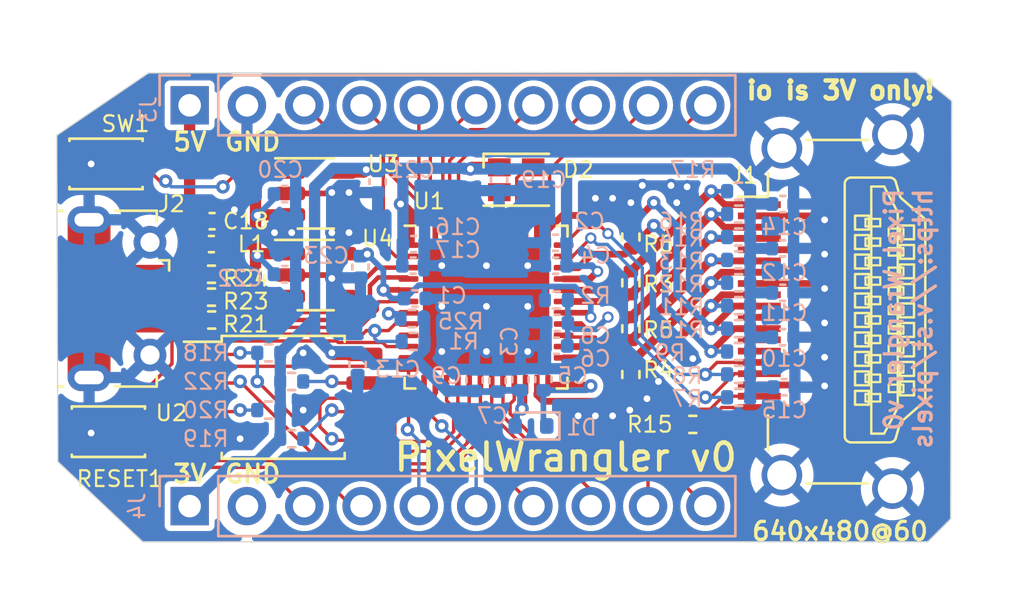
<source format=kicad_pcb>
(kicad_pcb (version 20221018) (generator pcbnew)
  (layers (0 "F.Cu" signal) (1 "In1.Cu" signal) (2 "In2.Cu" signal) (31 "B.Cu" signal) (34 "B.Paste" user) (35 "F.Paste" user) (36 "B.SilkS" user "B.Silkscreen") (37 "F.SilkS" user "F.Silkscreen") (38 "B.Mask" user) (39 "F.Mask" user) (44 "Edge.Cuts" user))
  (net 0 "")
  (net 1 "/V_USB")
  (net 2 "GND")
  (net 3 "+3.3V")
  (net 4 "/VCC_PLL")
  (net 5 "+5VD")
  (net 6 "+1V2")
  (net 7 "+2V5")
  (net 8 "/CDONE")
  (net 9 "unconnected-(J2-ID-Pad4)")
  (net 10 "/TMDS_CLK+")
  (net 11 "/TMDS_CLK-")
  (net 12 "/HDMI_5v")
  (net 13 "/CRESET_N")
  (net 14 "/FT_SSn")
  (net 15 "/FT_SCK")
  (net 16 "/IOB_22A")
  (net 17 "/IOB_23B")
  (net 18 "/IOB_24A")
  (net 19 "/IOB_16A")
  (net 20 "/IOB_18A")
  (net 21 "/IOB_20A")
  (net 22 "/FLASH_MOSI")
  (net 23 "/FLASH_MISO")
  (net 24 "/IOB_31B")
  (net 25 "/IOB_29B")
  (net 26 "/IOB_25B_G3")
  (net 27 "/TMDS_D2+")
  (net 28 "/TMDS_D2-")
  (net 29 "/TMDS_D1+")
  (net 30 "/TMDS_D1-")
  (net 31 "/IOT_41A")
  (net 32 "/TMDS_D0+")
  (net 33 "/TMDS_D0-")
  (net 34 "/IOT_50B")
  (net 35 "/LED_G")
  (net 36 "/LED_B")
  (net 37 "/LED_R")
  (net 38 "/IOT_51A")
  (net 39 "/IOT_49A")
  (net 40 "/IOB_3B_G6")
  (net 41 "/IOB_5B")
  (net 42 "/IOB_0A")
  (net 43 "/IOB_2A")
  (net 44 "/IOB_4A")
  (net 45 "/HDMI_SCL")
  (net 46 "/HDMI_SDA")
  (net 47 "/FPGA_USB_PU")
  (net 48 "/FPGA_USB+")
  (net 49 "/FPGA_USB-")
  (net 50 "/USB+")
  (net 51 "/USB-")
  (net 52 "/GPIO_2")
  (net 53 "/FLASH_IO2")
  (net 54 "/FLASH_IO3")
  (net 55 "Net-(J1-HPD)")
  (footprint "Package_DFN_QFN:QFN-48-1EP_7x7mm_P0.5mm_EP5.6x5.6mm" (layer "F.Cu") (at 128.583 101.662)
    (fp_text reference "U1")
    (fp_text value "ICE40UP5K-SG48ITR")
  )
  (footprint "Button_Switch_SMD:SW_SPST_CK_KXT3" (layer "F.Cu") (at 111.738 95.309)
    (fp_text reference "SW1")
    (fp_text value "SW_Push")
  )
  (footprint "Capacitor_SMD:C_0402_1005Metric" (layer "F.Cu") (at 116.439 97.849)
    (fp_text reference "C18")
    (fp_text value "4.7u")
  )
  (footprint "Resistor_SMD:R_0402_1005Metric" (layer "F.Cu") (at 135.001 102.618 -90)
    (fp_text reference "R5")
    (fp_text value "100")
  )
  (footprint "Resistor_SMD:R_0402_1005Metric" (layer "F.Cu") (at 116.412 101.219 180)
    (fp_text reference "R23")
    (fp_text value "68")
  )
  (footprint "Package_TO_SOT_SMD:SOT-23-5" (layer "F.Cu") (at 121.0365 96.619)
    (fp_text reference "U3")
    (fp_text value "AP2127K-3.3")
  )
  (footprint "Resistor_SMD:R_0402_1005Metric" (layer "F.Cu") (at 116.422204 102.235)
    (fp_text reference "R21")
    (fp_text value "1.5k")
  )
  (footprint "Capacitor_SMD:C_0402_1005Metric" (layer "F.Cu") (at 116.411 98.865)
    (fp_text reference "L1")
    (fp_text value "BLM18HE152SN1D ")
  )
  (footprint "Resistor_SMD:R_0402_1005Metric" (layer "F.Cu") (at 135.001 104.65 -90)
    (fp_text reference "R4")
    (fp_text value "100")
  )
  (footprint "Resistor_SMD:R_0402_1005Metric" (layer "F.Cu") (at 116.412 100.203 180)
    (fp_text reference "R24")
    (fp_text value "68")
  )
  (footprint "Package_TO_SOT_SMD:SOT-23-5" (layer "F.Cu") (at 121.031 100.241)
    (fp_text reference "U4")
    (fp_text value "AP2127K-1.2")
  )
  (footprint "Button_Switch_SMD:SW_SPST_CK_KXT3" (layer "F.Cu") (at 111.842 107.188)
    (fp_text reference "RESET1")
    (fp_text value "SW_Push")
  )
  (footprint "LED_SMD:LED_Cree-PLCC4_2x2mm_CW" (layer "F.Cu") (at 129.921 96.012)
    (fp_text reference "D2")
    (fp_text value "CLMVC-FKA-CLBDGL7LBB79353")
  )
  (footprint "Connector_USB:USB_Micro-B_Molex-105017-0001" (layer "F.Cu") (at 112.223 101.2865 -90)
    (fp_text reference "J2")
    (fp_text value "USB_B_Micro")
  )
  (footprint "Connector_HDMI:HDMI_A_Amphenol_10029449-x01xLF_Horizontal" (layer "F.Cu") (at 145.695796 101.865 90)
    (fp_text reference "J1")
    (fp_text value "HDMI_A")
  )
  (footprint "Package_SO:SOIC-8_5.23x5.23mm_P1.27mm" (layer "F.Cu") (at 119.59 105.664)
    (fp_text reference "U2")
    (fp_text value "W25Q32JVSSIM")
  )
  (footprint "Resistor_SMD:R_0402_1005Metric" (layer "F.Cu") (at 135.001 100.586 -90)
    (fp_text reference "R3")
    (fp_text value "100")
  )
  (footprint "Resistor_SMD:R_0402_1005Metric" (layer "F.Cu") (at 137.747 106.866)
    (fp_text reference "R15")
    (fp_text value "1.5k")
  )
  (footprint "Resistor_SMD:R_0402_1005Metric" (layer "F.Cu") (at 135.001 98.554 -90)
    (fp_text reference "R6")
    (fp_text value "100")
  )
  (footprint "Capacitor_SMD:C_0402_1005Metric" (layer "B.Cu") (at 129.159 96.012 -90)
    (fp_text reference "C19")
    (fp_text value "4.7u")
  )
  (footprint "Capacitor_SMD:C_0402_1005Metric" (layer "B.Cu") (at 130.107 104.874 90)
    (fp_text reference "C3")
    (fp_text value "0.1u")
  )
  (footprint "Resistor_SMD:R_0402_1005Metric" (layer "B.Cu") (at 139.777 102.616 180)
    (fp_text reference "R10")
    (fp_text value "50")
  )
  (footprint "Resistor_SMD:R_0402_1005Metric" (layer "B.Cu") (at 119.969 107.501 180)
    (fp_text reference "R19")
    (fp_text value "10K")
  )
  (footprint "Capacitor_SMD:C_0402_1005Metric" (layer "B.Cu") (at 141.735 97.087)
    (fp_text reference "C14")
    (fp_text value "4.7u")
  )
  (footprint "Resistor_SMD:R_0402_1005Metric" (layer "B.Cu") (at 139.777 103.632 180)
    (fp_text reference "R9")
    (fp_text value "50")
  )
  (footprint "Resistor_SMD:R_0402_1005Metric" (layer "B.Cu") (at 139.777 96.52 180)
    (fp_text reference "R17")
    (fp_text value "50")
  )
  (footprint "Resistor_SMD:R_0402_1005Metric" (layer "B.Cu") (at 139.777 99.568 180)
    (fp_text reference "R13")
    (fp_text value "50")
  )
  (footprint "Capacitor_SMD:C_0402_1005Metric" (layer "B.Cu") (at 123.015 99.881 -90)
    (fp_text reference "C23")
    (fp_text value "4.7u")
  )
  (footprint "Capacitor_SMD:C_0402_1005Metric" (layer "B.Cu") (at 119.662 100.203)
    (fp_text reference "C22")
    (fp_text value "4.7u")
  )
  (footprint "Resistor_SMD:R_0402_1005Metric" (layer "B.Cu") (at 139.777 98.552 180)
    (fp_text reference "R14")
    (fp_text value "50")
  )
  (footprint "Resistor_SMD:R_0402_1005Metric" (layer "B.Cu") (at 118.951 103.691)
    (fp_text reference "R18")
    (fp_text value "10K")
  )
  (footprint "Resistor_SMD:R_0402_1005Metric" (layer "B.Cu") (at 119.967 104.961 180)
    (fp_text reference "R22")
    (fp_text value "10K")
  )
  (footprint "Resistor_SMD:R_0402_1005Metric" (layer "B.Cu") (at 139.777 104.648 180)
    (fp_text reference "R8")
    (fp_text value "10k")
  )
  (footprint "Capacitor_SMD:C_0402_1005Metric" (layer "B.Cu") (at 129.091 104.93 90)
    (fp_text reference "C7")
    (fp_text value "0.1u")
  )
  (footprint "Resistor_SMD:R_0402_1005Metric" (layer "B.Cu") (at 131.697 101.346 180)
    (fp_text reference "R2")
    (fp_text value "100")
  )
  (footprint "Resistor_SMD:R_0402_1005Metric" (layer "B.Cu") (at 139.779 101.6 180)
    (fp_text reference "R11")
    (fp_text value "50")
  )
  (footprint "Resistor_SMD:R_0402_1005Metric" (layer "B.Cu") (at 125.301 102.167)
    (fp_text reference "R25")
    (fp_text value "2.2k")
  )
  (footprint "Capacitor_SMD:C_0402_1005Metric" (layer "B.Cu") (at 119.662 96.647)
    (fp_text reference "C20")
    (fp_text value "4.7u")
  )
  (footprint "Capacitor_SMD:C_0402_1005Metric" (layer "B.Cu") (at 141.735 101.027)
    (fp_text reference "C11")
    (fp_text value "4.7u")
  )
  (footprint "Capacitor_SMD:C_0402_1005Metric" (layer "B.Cu") (at 125.377 98.868)
    (fp_text reference "C16")
    (fp_text value "0.1u")
  )
  (footprint "Capacitor_SMD:C_0402_1005Metric" (layer "B.Cu") (at 128.075 104.902 90)
    (fp_text reference "C9")
    (fp_text value "4.7u")
  )
  (footprint "Resistor_SMD:R_0402_1005Metric" (layer "B.Cu") (at 125.349 103.183)
    (fp_text reference "R1")
    (fp_text value "10K")
  )
  (footprint "Capacitor_SMD:C_0402_1005Metric" (layer "B.Cu") (at 123.777 96.099 -90)
    (fp_text reference "C21")
    (fp_text value "4.7u")
  )
  (footprint "Capacitor_SMD:C_0402_1005Metric" (layer "B.Cu") (at 131.727 102.362 180)
    (fp_text reference "C8")
    (fp_text value "4.7u")
  )
  (footprint "Capacitor_SMD:C_0402_1005Metric" (layer "B.Cu") (at 125.428 101.278)
    (fp_text reference "C1")
    (fp_text value "0.1u")
  )
  (footprint "Capacitor_SMD:C_0402_1005Metric" (layer "B.Cu") (at 141.735 102.997)
    (fp_text reference "C10")
    (fp_text value "4.7u")
  )
  (footprint "Capacitor_SMD:C_0402_1005Metric" (layer "B.Cu") (at 125.349 99.822)
    (fp_text reference "C17")
    (fp_text value "4.7u")
  )
  (footprint "Capacitor_SMD:C_0402_1005Metric" (layer "B.Cu") (at 131.671 98.806 180)
    (fp_text reference "C2")
    (fp_text value "0.1u")
  )
  (footprint "Resistor_SMD:R_0402_1005Metric" (layer "B.Cu") (at 118.949 106.231)
    (fp_text reference "R20")
    (fp_text value "10K")
  )
  (footprint "Resistor_SMD:R_0402_1005Metric" (layer "B.Cu") (at 139.777 97.536 180)
    (fp_text reference "R16")
    (fp_text value "50")
  )
  (footprint "Resistor_SMD:R_0402_1005Metric" (layer "B.Cu") (at 139.777 105.664 180)
    (fp_text reference "R7")
    (fp_text value "10k")
  )
  (footprint "Capacitor_SMD:C_0402_1005Metric" (layer "B.Cu") (at 131.123 104.874 90)
    (fp_text reference "C5")
    (fp_text value "4.7u")
  )
  (footprint "Capacitor_SMD:C_0402_1005Metric" (layer "B.Cu") (at 131.699 103.378 180)
    (fp_text reference "C6")
    (fp_text value "0.1u")
  )
  (footprint "Capacitor_SMD:C_0402_1005Metric" (layer "B.Cu") (at 131.671 99.822 180)
    (fp_text reference "C4")
    (fp_text value "4.7u")
  )
  (footprint "Capacitor_SMD:C_0402_1005Metric" (layer "B.Cu") (at 141.735 99.057)
    (fp_text reference "C12")
    (fp_text value "4.7u")
  )
  (footprint "Connector_PinHeader_2.54mm:PinHeader_1x10_P2.54mm_Vertical" (layer "B.Cu") (at 115.443 110.49 -90)
    (fp_text reference "J4")
    (fp_text value "Conn_01x10")
  )
  (footprint "Connector_PinHeader_2.54mm:PinHeader_1x10_P2.54mm_Vertical" (layer "B.Cu") (at 115.443 92.71 -90)
    (fp_text reference "J3")
    (fp_text value "Conn_01x10")
  )
  (footprint "Capacitor_SMD:C_0402_1005Metric" (layer "B.Cu") (at 141.791 105.215)
    (fp_text reference "C15")
    (fp_text value "4.7u")
  )
  (footprint "Resistor_SMD:R_0402_1005Metric" (layer "B.Cu") (at 139.779 100.584 180)
    (fp_text reference "R12")
    (fp_text value "50")
  )
  (footprint "Capacitor_SMD:C_0402_1005Metric" (layer "B.Cu") (at 122.888 104.199 -90)
    (fp_text reference "C13")
    (fp_text value "0.1u")
  )
  (footprint "Diode_SMD:D_SOD-523" (layer "B.Cu") (at 130.573 106.934 180)
    (fp_text reference "D1")
    (fp_text value "1N4148WT-7")
  )
  (gr_line (start 144.936539 104.513015) (end 145.550779 104.513015) (stroke (width 0.1)) (layer "F.SilkS"))
  (gr_line (start 147.082727 99.37701) (end 146.427816 99.37701) (stroke (width 0.1)) (layer "F.SilkS"))
  (gr_line (start 145.550779 99.084502) (end 144.936548 99.084502) (stroke (width 0.1)) (layer "F.SilkS"))
  (gr_line (start 145.550779 98.470271) (end 145.550779 99.084502) (stroke (width 0.1)) (layer "F.SilkS"))
  (gr_line (start 146.427816 99.043475) (end 147.082727 99.043475) (stroke (width 0.1)) (layer "F.SilkS"))
  (gr_line (start 145.550779 99.084512) (end 144.936539 99.084512) (stroke (width 0.1)) (layer "F.SilkS"))
  (gr_line (start 145.550779 104.513015) (end 145.550779 105.127256) (stroke (width 0.1)) (layer "F.SilkS"))
  (gr_line (start 144.936548 101.674251) (end 144.936548 101.06002) (stroke (width 0.1)) (layer "F.SilkS"))
  (gr_curve (pts (xy 146.896864 106.933105) (xy 146.932796 106.808712) (xy 146.940125 106.78989) (xy 147.035074 106.70321)) (stroke (width 0.1)) (layer "F.SilkS"))
  (gr_line (start 144.936539 101.06003) (end 145.550779 101.06003) (stroke (width 0.1)) (layer "F.SilkS"))
  (gr_line (start 147.082727 103.370273) (end 147.082727 103.703808) (stroke (width 0.1)) (layer "F.SilkS"))
  (gr_curve (pts (xy 144.478 107.380282) (xy 144.478 107.556863) (xy 144.624352 107.667848) (xy 144.783841 107.667463)) (stroke (width 0.1)) (layer "F.SilkS"))
  (gr_line (start 146.93698 100.633851) (end 147.551221 100.633851) (stroke (width 0.1)) (layer "F.SilkS"))
  (gr_line (start 147.551221 98.651975) (end 146.93698 98.651975) (stroke (width 0.1)) (layer "F.SilkS"))
  (gr_line (start 147.551221 102.364547) (end 147.551221 102.978788) (stroke (width 0.1)) (layer "F.SilkS"))
  (gr_line (start 147.551221 103.84416) (end 146.93698 103.84416) (stroke (width 0.1)) (layer "F.SilkS"))
  (gr_line (start 147.551221 102.978788) (end 146.93698 102.978788) (stroke (width 0.1)) (layer "F.SilkS"))
  (gr_line (start 144.936548 99.333533) (end 145.550779 99.333533) (stroke (width 0.1)) (layer "F.SilkS"))
  (gr_line (start 144.936548 103.649769) (end 145.550779 103.649769) (stroke (width 0.1)) (layer "F.SilkS"))
  (gr_line (start 145.550779 105.127256) (end 144.936539 105.127256) (stroke (width 0.1)) (layer "F.SilkS"))
  (gr_line (start 145.550779 103.400773) (end 144.936548 103.400773) (stroke (width 0.1)) (layer "F.SilkS"))
  (gr_line (start 146.93698 99.768479) (end 147.551221 99.768479) (stroke (width 0.1)) (layer "F.SilkS"))
  (gr_curve (pts (xy 146.734263 96.082268) (xy 146.710557 96.003823) (xy 146.606443 95.928423) (xy 146.501859 95.913775)) (stroke (width 0.1)) (layer "F.SilkS"))
  (gr_line (start 144.936539 105.127256) (end 144.936539 104.513015) (stroke (width 0.1)) (layer "F.SilkS"))
  (gr_line (start 144.936548 98.221271) (end 144.936548 97.60701) (stroke (width 0.1)) (layer "F.SilkS"))
  (gr_curve (pts (xy 144.783841 95.910819) (xy 144.624352 95.910472) (xy 144.478 96.021419) (xy 144.478 96.198)) (stroke (width 0.1)) (layer "F.SilkS"))
  (gr_line (start 146.93698 101.499174) (end 147.551221 101.499174) (stroke (width 0.1)) (layer "F.SilkS"))
  (gr_line (start 144.936548 100.196764) (end 145.550779 100.196764) (stroke (width 0.1)) (layer "F.SilkS"))
  (gr_line (start 146.93698 98.903107) (end 147.551221 98.903107) (stroke (width 0.1)) (layer "F.SilkS"))
  (gr_line (start 145.400566 98.610321) (end 146.056093 98.610321) (stroke (width 0.1)) (layer "F.SilkS"))
  (gr_line (start 147.082727 105.100998) (end 147.082727 105.434533) (stroke (width 0.1)) (layer "F.SilkS"))
  (gr_line (start 146.224707 107.274825) (end 146.829752 106.131247) (stroke (width 0.1)) (layer "F.SilkS"))
  (gr_line (start 145.550779 99.947763) (end 144.936548 99.947763) (stroke (width 0.1)) (layer "F.SilkS"))
  (gr_curve (pts (xy 144.783841 107.667463) (xy 145.110445 107.666674) (xy 146.501859 107.664504) (xy 146.501859 107.664504)) (stroke (width 0.1)) (layer "F.SilkS"))
  (gr_line (start 144.478 96.198) (end 144.478 107.380282) (stroke (width 0.1)) (layer "F.SilkS"))
  (gr_line (start 144.936539 97.607035) (end 145.550779 97.607035) (stroke (width 0.1)) (layer "F.SilkS"))
  (gr_line (start 147.937093 97.661414) (end 147.035074 96.875067) (stroke (width 0.1)) (layer "F.SilkS"))
  (gr_line (start 146.427816 98.178102) (end 147.082727 98.178102) (stroke (width 0.1)) (layer "F.SilkS"))
  (gr_line (start 146.427816 99.37701) (end 146.427816 99.043475) (stroke (width 0.1)) (layer "F.SilkS"))
  (gr_line (start 145.550779 104.264) (end 144.936548 104.264) (stroke (width 0.1)) (layer "F.SilkS"))
  (gr_curve (pts (xy 144.478006 107.380329) (xy 144.478006 107.55691) (xy 144.624358 107.667881) (xy 144.783847 107.667496)) (stroke (width 0.1)) (layer "F.SilkS"))
  (gr_line (start 148.05266 97.884347) (end 148.05266 97.884367) (stroke (width 0.1)) (layer "F.SilkS"))
  (gr_line (start 145.550779 101.06002) (end 145.550779 101.674251) (stroke (width 0.1)) (layer "F.SilkS"))
  (gr_line (start 146.056093 98.944473) (end 145.400566 98.944473) (stroke (width 0.1)) (layer "F.SilkS"))
  (gr_line (start 145.400566 100.336793) (end 146.056093 100.336793) (stroke (width 0.1)) (layer "F.SilkS"))
  (gr_line (start 145.550779 103.400744) (end 144.936539 103.400744) (stroke (width 0.1)) (layer "F.SilkS"))
  (gr_line (start 144.936539 101.923267) (end 145.550779 101.923267) (stroke (width 0.1)) (layer "F.SilkS"))
  (gr_line (start 146.056093 99.473557) (end 146.056093 99.807709) (stroke (width 0.1)) (layer "F.SilkS"))
  (gr_line (start 146.829752 97.453031) (end 146.224707 96.309453) (stroke (width 0.1)) (layer "F.SilkS"))
  (gr_line (start 146.93698 102.113415) (end 146.93698 101.499174) (stroke (width 0.1)) (layer "F.SilkS"))
  (gr_line (start 147.551221 104.960645) (end 147.551221 105.574885) (stroke (width 0.1)) (layer "F.SilkS"))
  (gr_line (start 145.550779 101.923267) (end 145.550779 102.537507) (stroke (width 0.1)) (layer "F.SilkS"))
  (gr_curve (pts (xy 147.937093 105.916864) (xy 148.00437 105.858214) (xy 148.058408 105.802636) (xy 148.05266 105.693911)) (stroke (width 0.1)) (layer "F.SilkS"))
  (gr_line (start 146.936964 101.248033) (end 146.936964 100.633802) (stroke (width 0.1)) (layer "F.SilkS"))
  (gr_line (start 147.551225 98.65196) (end 146.936964 98.65196) (stroke (width 0.1)) (layer "F.SilkS"))
  (gr_curve (pts (xy 147.937087 105.916893) (xy 148.004364 105.858242) (xy 148.058407 105.802681) (xy 148.052658 105.693956)) (stroke (width 0.1)) (layer "F.SilkS"))
  (gr_line (start 145.550779 99.333508) (end 145.550779 99.947748) (stroke (width 0.1)) (layer "F.SilkS"))
  (gr_line (start 147.082727 101.973078) (end 146.427816 101.973078) (stroke (width 0.1)) (layer "F.SilkS"))
  (gr_line (start 146.936964 102.1134) (end 146.936964 101.499169) (stroke (width 0.1)) (layer "F.SilkS"))
  (gr_line (start 147.082727 100.242382) (end 146.427816 100.242382) (stroke (width 0.1)) (layer "F.SilkS"))
  (gr_line (start 145.550779 104.513001) (end 145.550779 105.127261) (stroke (width 0.1)) (layer "F.SilkS"))
  (gr_line (start 145.659453 107.274825) (end 146.224707 107.274825) (stroke (width 0.1)) (layer "F.SilkS"))
  (gr_line (start 145.550779 105.990507) (end 144.936539 105.990507) (stroke (width 0.1)) (layer "F.SilkS"))
  (gr_line (start 145.550779 105.990492) (end 144.936548 105.990492) (stroke (width 0.1)) (layer "F.SilkS"))
  (gr_line (start 147.551225 104.96061) (end 147.551225 105.57487) (stroke (width 0.1)) (layer "F.SilkS"))
  (gr_line (start 146.93698 101.248092) (end 146.93698 100.633851) (stroke (width 0.1)) (layer "F.SilkS"))
  (gr_curve (pts (xy 146.896864 106.933106) (xy 146.932796 106.808713) (xy 146.940125 106.789891) (xy 147.035074 106.703211)) (stroke (width 0.1)) (layer "F.SilkS"))
  (gr_line (start 146.93698 98.651975) (end 146.93698 98.037734) (stroke (width 0.1)) (layer "F.SilkS"))
  (gr_line (start 145.550779 104.26401) (end 144.936539 104.26401) (stroke (width 0.1)) (layer "F.SilkS"))
  (gr_curve (pts (xy 144.478 107.380282) (xy 144.478 107.556863) (xy 144.624352 107.667848) (xy 144.783841 107.667463)) (stroke (width 0.1)) (layer "F.SilkS"))
  (gr_line (start 146.936964 98.65196) (end 146.936964 98.037729) (stroke (width 0.1)) (layer "F.SilkS"))
  (gr_curve (pts (xy 147.035074 96.875068) (xy 146.940125 96.788388) (xy 146.932796 96.769566) (xy 146.896864 96.645173)) (stroke (width 0.1)) (layer "F.SilkS"))
  (gr_line (start 147.551225 98.903067) (end 147.551225 99.517327) (stroke (width 0.1)) (layer "F.SilkS"))
  (gr_line (start 146.896854 96.645182) (end 146.734281 96.082292) (stroke (width 0.1)) (layer "F.SilkS"))
  (gr_line (start 144.936539 98.221276) (end 144.936539 97.607035) (stroke (width 0.1)) (layer "F.SilkS"))
  (gr_line (start 146.734281 107.496057) (end 146.896854 106.933138) (stroke (width 0.1)) (layer "F.SilkS"))
  (gr_curve (pts (xy 148.05266 97.884367) (xy 148.058409 97.775642) (xy 148.00437 97.720064) (xy 147.937093 97.661414)) (stroke (width 0.1)) (layer "F.SilkS"))
  (gr_line (start 146.427816 104.235635) (end 147.082727 104.235635) (stroke (width 0.1)) (layer "F.SilkS"))
  (gr_line (start 148.05266 97.884348) (end 148.05266 97.884367) (stroke (width 0.1)) (layer "F.SilkS"))
  (gr_line (start 146.056093 104.123966) (end 145.400566 104.123966) (stroke (width 0.1)) (layer "F.SilkS"))
  (gr_line (start 146.427816 102.504915) (end 147.082727 102.504915) (stroke (width 0.1)) (layer "F.SilkS"))
  (gr_line (start 145.550779 101.06003) (end 145.550779 101.674271) (stroke (width 0.1)) (layer "F.SilkS"))
  (gr_curve (pts (xy 147.937093 105.916865) (xy 148.00437 105.858215) (xy 148.058408 105.802637) (xy 148.05266 105.693912)) (stroke (width 0.1)) (layer "F.SilkS"))
  (gr_line (start 147.551225 102.978768) (end 146.936964 102.978768) (stroke (width 0.1)) (layer "F.SilkS"))
  (gr_line (start 146.93698 102.364547) (end 147.551221 102.364547) (stroke (width 0.1)) (layer "F.SilkS"))
  (gr_line (start 147.082727 98.511637) (end 146.427816 98.511637) (stroke (width 0.1)) (layer "F.SilkS"))
  (gr_line (start 147.551225 98.037729) (end 147.551225 98.65196) (stroke (width 0.1)) (layer "F.SilkS"))
  (gr_line (start 148.052658 105.693956) (end 148.052658 97.884392) (stroke (width 0.1)) (layer "F.SilkS"))
  (gr_line (start 146.056093 101.534231) (end 145.400566 101.534231) (stroke (width 0.1)) (layer "F.SilkS"))
  (gr_line (start 144.936539 103.400744) (end 144.936539 102.786503) (stroke (width 0.1)) (layer "F.SilkS"))
  (gr_line (start 146.056093 100.670945) (end 145.400566 100.670945) (stroke (width 0.1)) (layer "F.SilkS"))
  (gr_line (start 146.734263 107.496011) (end 146.896864 106.933106) (stroke (width 0.1)) (layer "F.SilkS"))
  (gr_line (start 146.829761 97.453027) (end 146.829761 106.131242) (stroke (width 0.1)) (layer "F.SilkS"))
  (gr_line (start 145.550779 99.947748) (end 144.936539 99.947748) (stroke (width 0.1)) (layer "F.SilkS"))
  (gr_line (start 146.936964 103.229905) (end 147.551225 103.229905) (stroke (width 0.1)) (layer "F.SilkS"))
  (gr_line (start 144.936539 101.674271) (end 144.936539 101.06003) (stroke (width 0.1)) (layer "F.SilkS"))
  (gr_line (start 146.427816 100.77417) (end 147.082727 100.77417) (stroke (width 0.1)) (layer "F.SilkS"))
  (gr_line (start 147.551225 103.844135) (end 146.936964 103.844135) (stroke (width 0.1)) (layer "F.SilkS"))
  (gr_line (start 146.427816 100.242382) (end 146.427816 99.908847) (stroke (width 0.1)) (layer "F.SilkS"))
  (gr_line (start 146.936964 104.96061) (end 147.551225 104.96061) (stroke (width 0.1)) (layer "F.SilkS"))
  (gr_line (start 146.427816 101.973078) (end 146.427816 101.639543) (stroke (width 0.1)) (layer "F.SilkS"))
  (gr_line (start 146.93698 104.095282) (end 147.551221 104.095282) (stroke (width 0.1)) (layer "F.SilkS"))
  (gr_line (start 145.659462 96.309453) (end 146.224711 96.309453) (stroke (width 0.1)) (layer "F.SilkS"))
  (gr_line (start 144.936548 97.60701) (end 145.550779 97.60701) (stroke (width 0.1)) (layer "F.SilkS"))
  (gr_curve (pts (xy 148.05266 97.884367) (xy 148.05841 97.775642) (xy 148.00437 97.720064) (xy 147.937093 97.661414)) (stroke (width 0.1)) (layer "F.SilkS"))
  (gr_line (start 147.551225 101.248033) (end 146.936964 101.248033) (stroke (width 0.1)) (layer "F.SilkS"))
  (gr_line (start 144.936548 101.923281) (end 145.550779 101.923281) (stroke (width 0.1)) (layer "F.SilkS"))
  (gr_line (start 145.550779 101.923281) (end 145.550779 102.537512) (stroke (width 0.1)) (layer "F.SilkS"))
  (gr_line (start 145.400566 100.670945) (end 145.400566 100.336793) (stroke (width 0.1)) (layer "F.SilkS"))
  (gr_line (start 144.936548 105.127261) (end 144.936548 104.513001) (stroke (width 0.1)) (layer "F.SilkS"))
  (gr_curve (pts (xy 146.501859 107.664503) (xy 146.606443 107.649856) (xy 146.710557 107.574455) (xy 146.734263 107.49601)) (stroke (width 0.1)) (layer "F.SilkS"))
  (gr_line (start 145.550779 98.221276) (end 144.936539 98.221276) (stroke (width 0.1)) (layer "F.SilkS"))
  (gr_line (start 146.056093 105.516311) (end 146.056093 105.850463) (stroke (width 0.1)) (layer "F.SilkS"))
  (gr_line (start 146.936964 104.709503) (end 146.936964 104.095242) (stroke (width 0.1)) (layer "F.SilkS"))
  (gr_line (start 145.550779 105.376262) (end 145.550779 105.990492) (stroke (width 0.1)) (layer "F.SilkS"))
  (gr_curve (pts (xy 147.035074 96.875067) (xy 146.940125 96.788388) (xy 146.932796 96.769566) (xy 146.896864 96.645172)) (stroke (width 0.1)) (layer "F.SilkS"))
  (gr_line (start 146.936964 100.382695) (end 146.936964 99.768434) (stroke (width 0.1)) (layer "F.SilkS"))
  (gr_line (start 147.551221 104.709523) (end 146.93698 104.709523) (stroke (width 0.1)) (layer "F.SilkS"))
  (gr_curve (pts (xy 144.783841 107.667463) (xy 145.110445 107.666669) (xy 146.501859 107.664503) (xy 146.501859 107.664503)) (stroke (width 0.1)) (layer "F.SilkS"))
  (gr_line (start 148.05266 105.693912) (end 148.05266 97.884348) (stroke (width 0.1)) (layer "F.SilkS"))
  (gr_line (start 146.427816 103.703808) (end 146.427816 103.370273) (stroke (width 0.1)) (layer "F.SilkS"))
  (gr_line (start 146.427816 98.511637) (end 146.427816 98.178102) (stroke (width 0.1)) (layer "F.SilkS"))
  (gr_line (start 144.936548 101.06002) (end 145.550779 101.06002) (stroke (width 0.1)) (layer "F.SilkS"))
  (gr_line (start 147.551225 101.499169) (end 147.551225 102.1134) (stroke (width 0.1)) (layer "F.SilkS"))
  (gr_line (start 146.93698 103.229919) (end 147.551221 103.229919) (stroke (width 0.1)) (layer "F.SilkS"))
  (gr_line (start 144.936548 99.947763) (end 144.936548 99.333533) (stroke (width 0.1)) (layer "F.SilkS"))
  (gr_line (start 147.551225 102.1134) (end 146.936964 102.1134) (stroke (width 0.1)) (layer "F.SilkS"))
  (gr_line (start 146.936964 99.517327) (end 146.936964 98.903067) (stroke (width 0.1)) (layer "F.SilkS"))
  (gr_line (start 146.056093 105.850463) (end 145.400566 105.850463) (stroke (width 0.1)) (layer "F.SilkS"))
  (gr_line (start 145.400566 102.063316) (end 146.056093 102.063316) (stroke (width 0.1)) (layer "F.SilkS"))
  (gr_line (start 147.082727 105.434533) (end 146.427816 105.434533) (stroke (width 0.1)) (layer "F.SilkS"))
  (gr_line (start 146.93698 103.84416) (end 146.93698 103.229919) (stroke (width 0.1)) (layer "F.SilkS"))
  (gr_curve (pts (xy 146.50185 95.913778) (xy 146.50185 95.913778) (xy 145.110453 95.911612) (xy 144.783847 95.910822)) (stroke (width 0.1)) (layer "F.SilkS"))
  (gr_line (start 147.082727 100.77417) (end 147.082727 101.107705) (stroke (width 0.1)) (layer "F.SilkS"))
  (gr_line (start 144.936539 99.333508) (end 145.550779 99.333508) (stroke (width 0.1)) (layer "F.SilkS"))
  (gr_line (start 146.427816 99.908847) (end 147.082727 99.908847) (stroke (width 0.1)) (layer "F.SilkS"))
  (gr_line (start 147.937093 97.661414) (end 147.035074 96.875068) (stroke (width 0.1)) (layer "F.SilkS"))
  (gr_line (start 146.734263 107.49601) (end 146.896864 106.933105) (stroke (width 0.1)) (layer "F.SilkS"))
  (gr_line (start 146.056093 102.397468) (end 145.400566 102.397468) (stroke (width 0.1)) (layer "F.SilkS"))
  (gr_line (start 145.550779 97.607035) (end 145.550779 98.221276) (stroke (width 0.1)) (layer "F.SilkS"))
  (gr_line (start 145.550779 105.376267) (end 145.550779 105.990507) (stroke (width 0.1)) (layer "F.SilkS"))
  (gr_line (start 145.400566 97.747084) (end 146.056093 97.747084) (stroke (width 0.1)) (layer "F.SilkS"))
  (gr_line (start 144.936548 105.376262) (end 145.550779 105.376262) (stroke (width 0.1)) (layer "F.SilkS"))
  (gr_line (start 146.056093 104.65306) (end 146.056093 104.987212) (stroke (width 0.1)) (layer "F.SilkS"))
  (gr_line (start 146.93698 102.978788) (end 146.93698 102.364547) (stroke (width 0.1)) (layer "F.SilkS"))
  (gr_line (start 146.93698 98.037734) (end 147.551221 98.037734) (stroke (width 0.1)) (layer "F.SilkS"))
  (gr_line (start 147.082727 99.043475) (end 147.082727 99.37701) (stroke (width 0.1)) (layer "F.SilkS"))
  (gr_line (start 147.551225 99.517327) (end 146.936964 99.517327) (stroke (width 0.1)) (layer "F.SilkS"))
  (gr_line (start 147.937087 97.661424) (end 147.035093 96.875098) (stroke (width 0.1)) (layer "F.SilkS"))
  (gr_line (start 146.427816 104.56917) (end 146.427816 104.235635) (stroke (width 0.1)) (layer "F.SilkS"))
  (gr_line (start 145.550779 101.674271) (end 144.936539 101.674271) (stroke (width 0.1)) (layer "F.SilkS"))
  (gr_line (start 148.05266 105.693911) (end 148.05266 97.884347) (stroke (width 0.1)) (layer "F.SilkS"))
  (gr_line (start 146.224711 107.274815) (end 145.659462 107.274796) (stroke (width 0.1)) (layer "F.SilkS"))
  (gr_line (start 145.400566 102.926552) (end 146.056093 102.926552) (stroke (width 0.1)) (layer "F.SilkS"))
  (gr_line (start 147.082727 101.639543) (end 147.082727 101.973078) (stroke (width 0.1)) (layer "F.SilkS"))
  (gr_line (start 145.550779 103.649769) (end 145.550779 104.26401) (stroke (width 0.1)) (layer "F.SilkS"))
  (gr_curve (pts (xy 147.035093 96.875098) (xy 146.940144 96.788418) (xy 146.932785 96.769575) (xy 146.896854 96.645182)) (stroke (width 0.1)) (layer "F.SilkS"))
  (gr_line (start 147.551225 105.57487) (end 146.936964 105.57487) (stroke (width 0.1)) (layer "F.SilkS"))
  (gr_line (start 145.400566 99.473557) (end 146.056093 99.473557) (stroke (width 0.1)) (layer "F.SilkS"))
  (gr_line (start 145.550779 98.221271) (end 144.936548 98.221271) (stroke (width 0.1)) (layer "F.SilkS"))
  (gr_line (start 147.035074 106.70321) (end 147.937093 105.916864) (stroke (width 0.1)) (layer "F.SilkS"))
  (gr_line (start 147.551221 101.248092) (end 146.93698 101.248092) (stroke (width 0.1)) (layer "F.SilkS"))
  (gr_line (start 146.936964 102.978768) (end 146.936964 102.364537) (stroke (width 0.1)) (layer "F.SilkS"))
  (gr_line (start 144.936539 99.084512) (end 144.936539 98.470271) (stroke (width 0.1)) (layer "F.SilkS"))
  (gr_line (start 146.936964 99.768434) (end 147.551225 99.768434) (stroke (width 0.1)) (layer "F.SilkS"))
  (gr_curve (pts (xy 146.501859 95.913775) (xy 146.501859 95.913775) (xy 145.110443 95.911609) (xy 144.783841 95.910819)) (stroke (width 0.1)) (layer "F.SilkS"))
  (gr_line (start 146.936964 101.499169) (end 147.551225 101.499169) (stroke (width 0.1)) (layer "F.SilkS"))
  (gr_line (start 146.93698 99.517347) (end 146.93698 98.903107) (stroke (width 0.1)) (layer "F.SilkS"))
  (gr_line (start 144.936548 102.786513) (end 145.550779 102.786513) (stroke (width 0.1)) (layer "F.SilkS"))
  (gr_line (start 146.93698 104.709523) (end 146.93698 104.095282) (stroke (width 0.1)) (layer "F.SilkS"))
  (gr_line (start 145.400566 102.397468) (end 145.400566 102.063316) (stroke (width 0.1)) (layer "F.SilkS"))
  (gr_line (start 145.400566 103.789814) (end 146.056093 103.789814) (stroke (width 0.1)) (layer "F.SilkS"))
  (gr_line (start 144.936539 100.196794) (end 145.550779 100.196794) (stroke (width 0.1)) (layer "F.SilkS"))
  (gr_line (start 147.551221 103.229919) (end 147.551221 103.84416) (stroke (width 0.1)) (layer "F.SilkS"))
  (gr_line (start 146.056093 103.260704) (end 145.400566 103.260704) (stroke (width 0.1)) (layer "F.SilkS"))
  (gr_line (start 146.056093 104.987212) (end 145.400566 104.987212) (stroke (width 0.1)) (layer "F.SilkS"))
  (gr_line (start 147.082727 102.504915) (end 147.082727 102.83845) (stroke (width 0.1)) (layer "F.SilkS"))
  (gr_curve (pts (xy 146.501859 107.664504) (xy 146.606443 107.649857) (xy 146.710557 107.574456) (xy 146.734263 107.496011)) (stroke (width 0.1)) (layer "F.SilkS"))
  (gr_line (start 147.551225 102.364537) (end 147.551225 102.978768) (stroke (width 0.1)) (layer "F.SilkS"))
  (gr_line (start 147.082727 104.235635) (end 147.082727 104.56917) (stroke (width 0.1)) (layer "F.SilkS"))
  (gr_curve (pts (xy 144.783841 95.910819) (xy 144.624352 95.910466) (xy 144.478 96.021419) (xy 144.478 96.198)) (stroke (width 0.1)) (layer "F.SilkS"))
  (gr_line (start 146.224707 96.309453) (end 145.659453 96.309453) (stroke (width 0.1)) (layer "F.SilkS"))
  (gr_curve (pts (xy 144.783847 107.667496) (xy 145.11045 107.666707) (xy 146.50185 107.664541) (xy 146.50185 107.664541)) (stroke (width 0.1)) (layer "F.SilkS"))
  (gr_line (start 147.082727 102.83845) (end 146.427816 102.83845) (stroke (width 0.1)) (layer "F.SilkS"))
  (gr_line (start 144.936548 104.264) (end 144.936548 103.649769) (stroke (width 0.1)) (layer "F.SilkS"))
  (gr_line (start 147.082727 101.107705) (end 146.427816 101.107705) (stroke (width 0.1)) (layer "F.SilkS"))
  (gr_line (start 145.550779 100.196764) (end 145.550779 100.811024) (stroke (width 0.1)) (layer "F.SilkS"))
  (gr_line (start 147.551221 100.633851) (end 147.551221 101.248092) (stroke (width 0.1)) (layer "F.SilkS"))
  (gr_line (start 144.936548 100.811024) (end 144.936548 100.196764) (stroke (width 0.1)) (layer "F.SilkS"))
  (gr_line (start 145.550779 102.786503) (end 145.550779 103.400744) (stroke (width 0.1)) (layer "F.SilkS"))
  (gr_line (start 144.936539 99.947748) (end 144.936539 99.333508) (stroke (width 0.1)) (layer "F.SilkS"))
  (gr_line (start 146.427816 103.370273) (end 147.082727 103.370273) (stroke (width 0.1)) (layer "F.SilkS"))
  (gr_line (start 147.082727 98.178102) (end 147.082727 98.511637) (stroke (width 0.1)) (layer "F.SilkS"))
  (gr_curve (pts (xy 146.734281 96.082292) (xy 146.710575 96.003847) (xy 146.606434 95.928425) (xy 146.50185 95.913778)) (stroke (width 0.1)) (layer "F.SilkS"))
  (gr_line (start 145.400566 104.65306) (end 146.056093 104.65306) (stroke (width 0.1)) (layer "F.SilkS"))
  (gr_line (start 147.551221 98.037734) (end 147.551221 98.651975) (stroke (width 0.1)) (layer "F.SilkS"))
  (gr_line (start 144.478 96.198) (end 144.478 107.380282) (stroke (width 0.1)) (layer "F.SilkS"))
  (gr_line (start 145.550779 100.811034) (end 144.936539 100.811034) (stroke (width 0.1)) (layer "F.SilkS"))
  (gr_line (start 144.936539 105.376267) (end 145.550779 105.376267) (stroke (width 0.1)) (layer "F.SilkS"))
  (gr_line (start 145.550779 102.537512) (end 144.936548 102.537512) (stroke (width 0.1)) (layer "F.SilkS"))
  (gr_line (start 146.056093 99.807709) (end 145.400566 99.807709) (stroke (width 0.1)) (layer "F.SilkS"))
  (gr_curve (pts (xy 146.501859 95.913775) (xy 146.501859 95.913775) (xy 145.110443 95.911609) (xy 144.783841 95.910819)) (stroke (width 0.1)) (layer "F.SilkS"))
  (gr_line (start 145.550779 100.811024) (end 144.936548 100.811024) (stroke (width 0.1)) (layer "F.SilkS"))
  (gr_line (start 146.427816 101.639543) (end 147.082727 101.639543) (stroke (width 0.1)) (layer "F.SilkS"))
  (gr_line (start 145.550779 103.649769) (end 145.550779 104.264) (stroke (width 0.1)) (layer "F.SilkS"))
  (gr_line (start 146.056093 100.336793) (end 146.056093 100.670945) (stroke (width 0.1)) (layer "F.SilkS"))
  (gr_line (start 146.93698 100.38272) (end 146.93698 99.768479) (stroke (width 0.1)) (layer "F.SilkS"))
  (gr_line (start 144.936548 99.084502) (end 144.936548 98.470271) (stroke (width 0.1)) (layer "F.SilkS"))
  (gr_line (start 146.93698 105.574885) (end 146.93698 104.960645) (stroke (width 0.1)) (layer "F.SilkS"))
  (gr_line (start 147.551225 99.768434) (end 147.551225 100.382695) (stroke (width 0.1)) (layer "F.SilkS"))
  (gr_line (start 145.400566 105.850463) (end 145.400566 105.516311) (stroke (width 0.1)) (layer "F.SilkS"))
  (gr_line (start 147.551225 104.709503) (end 146.936964 104.709503) (stroke (width 0.1)) (layer "F.SilkS"))
  (gr_line (start 144.936539 104.26401) (end 144.936539 103.649769) (stroke (width 0.1)) (layer "F.SilkS"))
  (gr_curve (pts (xy 146.896854 106.933138) (xy 146.932785 106.808745) (xy 146.940144 106.789934) (xy 147.035093 106.703254)) (stroke (width 0.1)) (layer "F.SilkS"))
  (gr_line (start 145.550779 101.674251) (end 144.936548 101.674251) (stroke (width 0.1)) (layer "F.SilkS"))
  (gr_line (start 145.659462 107.274796) (end 145.659462 96.309453) (stroke (width 0.1)) (layer "F.SilkS"))
  (gr_line (start 146.896864 96.645173) (end 146.734263 96.082268) (stroke (width 0.1)) (layer "F.SilkS"))
  (gr_line (start 147.551225 100.633802) (end 147.551225 101.248033) (stroke (width 0.1)) (layer "F.SilkS"))
  (gr_line (start 147.035074 106.703211) (end 147.937093 105.916865) (stroke (width 0.1)) (layer "F.SilkS"))
  (gr_line (start 146.936964 100.633802) (end 147.551225 100.633802) (stroke (width 0.1)) (layer "F.SilkS"))
  (gr_line (start 147.551221 99.768479) (end 147.551221 100.38272) (stroke (width 0.1)) (layer "F.SilkS"))
  (gr_line (start 146.936964 98.903067) (end 147.551225 98.903067) (stroke (width 0.1)) (layer "F.SilkS"))
  (gr_line (start 144.936548 104.513001) (end 145.550779 104.513001) (stroke (width 0.1)) (layer "F.SilkS"))
  (gr_line (start 145.400566 104.123966) (end 145.400566 103.789814) (stroke (width 0.1)) (layer "F.SilkS"))
  (gr_line (start 146.829761 106.131242) (end 146.224711 107.274815) (stroke (width 0.1)) (layer "F.SilkS"))
  (gr_line (start 145.550779 98.470271) (end 145.550779 99.084512) (stroke (width 0.1)) (layer "F.SilkS"))
  (gr_line (start 146.93698 104.960645) (end 147.551221 104.960645) (stroke (width 0.1)) (layer "F.SilkS"))
  (gr_line (start 147.551225 100.382695) (end 146.936964 100.382695) (stroke (width 0.1)) (layer "F.SilkS"))
  (gr_line (start 144.936539 103.649769) (end 145.550779 103.649769) (stroke (width 0.1)) (layer "F.SilkS"))
  (gr_line (start 146.427816 101.107705) (end 146.427816 100.77417) (stroke (width 0.1)) (layer "F.SilkS"))
  (gr_line (start 146.427816 105.100998) (end 147.082727 105.100998) (stroke (width 0.1)) (layer "F.SilkS"))
  (gr_line (start 146.829752 106.131247) (end 146.829752 97.453031) (stroke (width 0.1)) (layer "F.SilkS"))
  (gr_line (start 146.224711 96.309453) (end 146.829761 97.453027) (stroke (width 0.1)) (layer "F.SilkS"))
  (gr_line (start 144.936548 102.537512) (end 144.936548 101.923281) (stroke (width 0.1)) (layer "F.SilkS"))
  (gr_line (start 147.551221 98.903107) (end 147.551221 99.517347) (stroke (width 0.1)) (layer "F.SilkS"))
  (gr_line (start 146.936964 98.037729) (end 147.551225 98.037729) (stroke (width 0.1)) (layer "F.SilkS"))
  (gr_line (start 147.551221 105.574885) (end 146.93698 105.574885) (stroke (width 0.1)) (layer "F.SilkS"))
  (gr_line (start 144.936539 98.470271) (end 145.550779 98.470271) (stroke (width 0.1)) (layer "F.SilkS"))
  (gr_line (start 146.056093 98.081236) (end 145.400566 98.081236) (stroke (width 0.1)) (layer "F.SilkS"))
  (gr_line (start 145.550779 97.60701) (end 145.550779 98.221271) (stroke (width 0.1)) (layer "F.SilkS"))
  (gr_line (start 147.551221 100.38272) (end 146.93698 100.38272) (stroke (width 0.1)) (layer "F.SilkS"))
  (gr_line (start 145.400566 103.260704) (end 145.400566 102.926552) (stroke (width 0.1)) (layer "F.SilkS"))
  (gr_line (start 145.550779 102.537507) (end 144.936539 102.537507) (stroke (width 0.1)) (layer "F.SilkS"))
  (gr_line (start 144.936548 103.400773) (end 144.936548 102.786513) (stroke (width 0.1)) (layer "F.SilkS"))
  (gr_line (start 146.427816 102.83845) (end 146.427816 102.504915) (stroke (width 0.1)) (layer "F.SilkS"))
  (gr_line (start 145.400566 98.081236) (end 145.400566 97.747084) (stroke (width 0.1)) (layer "F.SilkS"))
  (gr_curve (pts (xy 144.783847 95.910822) (xy 144.624358 95.910474) (xy 144.478006 96.021439) (xy 144.478006 96.19802)) (stroke (width 0.1)) (layer "F.SilkS"))
  (gr_line (start 147.551221 104.095282) (end 147.551221 104.709523) (stroke (width 0.1)) (layer "F.SilkS"))
  (gr_curve (pts (xy 146.50185 107.664541) (xy 146.606434 107.649894) (xy 146.710575 107.574503) (xy 146.734281 107.496057)) (stroke (width 0.1)) (layer "F.SilkS"))
  (gr_line (start 144.936548 98.470271) (end 145.550779 98.470271) (stroke (width 0.1)) (layer "F.SilkS"))
  (gr_line (start 145.400566 101.200079) (end 146.056093 101.200079) (stroke (width 0.1)) (layer "F.SilkS"))
  (gr_line (start 146.056093 98.610321) (end 146.056093 98.944473) (stroke (width 0.1)) (layer "F.SilkS"))
  (gr_line (start 146.056093 97.747084) (end 146.056093 98.081236) (stroke (width 0.1)) (layer "F.SilkS"))
  (gr_line (start 147.551221 99.517347) (end 146.93698 99.517347) (stroke (width 0.1)) (layer "F.SilkS"))
  (gr_line (start 146.056093 102.063316) (end 146.056093 102.397468) (stroke (width 0.1)) (layer "F.SilkS"))
  (gr_line (start 146.936964 105.57487) (end 146.936964 104.96061) (stroke (width 0.1)) (layer "F.SilkS"))
  (gr_line (start 147.082727 99.908847) (end 147.082727 100.242382) (stroke (width 0.1)) (layer "F.SilkS"))
  (gr_line (start 145.400566 104.987212) (end 145.400566 104.65306) (stroke (width 0.1)) (layer "F.SilkS"))
  (gr_line (start 147.035093 106.703254) (end 147.937087 105.916893) (stroke (width 0.1)) (layer "F.SilkS"))
  (gr_line (start 144.936539 100.811034) (end 144.936539 100.196794) (stroke (width 0.1)) (layer "F.SilkS"))
  (gr_line (start 146.936964 104.095242) (end 147.551225 104.095242) (stroke (width 0.1)) (layer "F.SilkS"))
  (gr_line (start 146.056093 102.926552) (end 146.056093 103.260704) (stroke (width 0.1)) (layer "F.SilkS"))
  (gr_line (start 147.551225 103.229905) (end 147.551225 103.844135) (stroke (width 0.1)) (layer "F.SilkS"))
  (gr_curve (pts (xy 148.052658 97.884392) (xy 148.058407 97.775667) (xy 148.004364 97.720075) (xy 147.937087 97.661424)) (stroke (width 0.1)) (layer "F.SilkS"))
  (gr_line (start 146.056093 103.789814) (end 146.056093 104.123966) (stroke (width 0.1)) (layer "F.SilkS"))
  (gr_line (start 145.400566 98.944473) (end 145.400566 98.610321) (stroke (width 0.1)) (layer "F.SilkS"))
  (gr_line (start 147.082727 103.703808) (end 146.427816 103.703808) (stroke (width 0.1)) (layer "F.SilkS"))
  (gr_line (start 145.550779 100.196794) (end 145.550779 100.811034) (stroke (width 0.1)) (layer "F.SilkS"))
  (gr_line (start 145.659453 96.309453) (end 145.659453 107.274825) (stroke (width 0.1)) (layer "F.SilkS"))
  (gr_line (start 145.550779 99.333533) (end 145.550779 99.947763) (stroke (width 0.1)) (layer "F.SilkS"))
  (gr_line (start 147.551221 101.499174) (end 147.551221 102.113415) (stroke (width 0.1)) (layer "F.SilkS"))
  (gr_line (start 145.550779 105.127261) (end 144.936548 105.127261) (stroke (width 0.1)) (layer "F.SilkS"))
  (gr_line (start 147.082727 104.56917) (end 146.427816 104.56917) (stroke (width 0.1)) (layer "F.SilkS"))
  (gr_line (start 144.936539 102.537507) (end 144.936539 101.923267) (stroke (width 0.1)) (layer "F.SilkS"))
  (gr_line (start 145.400566 99.807709) (end 145.400566 99.473557) (stroke (width 0.1)) (layer "F.SilkS"))
  (gr_curve (pts (xy 146.734263 96.082268) (xy 146.710557 96.003823) (xy 146.606443 95.928423) (xy 146.501859 95.913775)) (stroke (width 0.1)) (layer "F.SilkS"))
  (gr_line (start 145.400566 101.534231) (end 145.400566 101.200079) (stroke (width 0.1)) (layer "F.SilkS"))
  (gr_line (start 146.056093 101.200079) (end 146.056093 101.534231) (stroke (width 0.1)) (layer "F.SilkS"))
  (gr_line (start 146.427816 105.434533) (end 146.427816 105.100998) (stroke (width 0.1)) (layer "F.SilkS"))
  (gr_line (start 146.936964 102.364537) (end 147.551225 102.364537) (stroke (width 0.1)) (layer "F.SilkS"))
  (gr_line (start 145.550779 102.786513) (end 145.550779 103.400773) (stroke (width 0.1)) (layer "F.SilkS"))
  (gr_line (start 146.936964 103.844135) (end 146.936964 103.229905) (stroke (width 0.1)) (layer "F.SilkS"))
  (gr_line (start 147.551225 104.095242) (end 147.551225 104.709503) (stroke (width 0.1)) (layer "F.SilkS"))
  (gr_line (start 144.936548 105.990492) (end 144.936548 105.376262) (stroke (width 0.1)) (layer "F.SilkS"))
  (gr_line (start 145.400566 105.516311) (end 146.056093 105.516311) (stroke (width 0.1)) (layer "F.SilkS"))
  (gr_line (start 144.478006 96.19802) (end 144.478006 107.380329) (stroke (width 0.1)) (layer "F.SilkS"))
  (gr_line (start 146.896864 96.645172) (end 146.734263 96.082268) (stroke (width 0.1)) (layer "F.SilkS"))
  (gr_line (start 144.936539 102.786503) (end 145.550779 102.786503) (stroke (width 0.1)) (layer "F.SilkS"))
  (gr_line (start 147.551221 102.113415) (end 146.93698 102.113415) (stroke (width 0.1)) (layer "F.SilkS"))
  (gr_line (start 144.936539 105.990507) (end 144.936539 105.376267) (stroke (width 0.1)) (layer "F.SilkS"))
  (gr_line (start 109.601 108.517) (end 113.363 112.073) (stroke (width 0.05)) (layer "Edge.Cuts"))
  (gr_line (start 113.617 91.2745) (end 147.653 91.245) (stroke (width 0.05)) (layer "Edge.Cuts"))
  (gr_line (start 147.653 91.245) (end 149.225 92.515) (stroke (width 0.05)) (layer "Edge.Cuts"))
  (gr_line (start 149.225 92.515) (end 149.177 111.057) (stroke (width 0.05)) (layer "Edge.Cuts"))
  (gr_line (start 113.617 91.2745) (end 109.553 94.039) (stroke (width 0.05)) (layer "Edge.Cuts"))
  (gr_line (start 148.161 112.073) (end 113.363 112.073) (stroke (width 0.05)) (layer "Edge.Cuts"))
  (gr_line (start 149.177 111.057) (end 148.161 112.073) (stroke (width 0.05)) (layer "Edge.Cuts"))
  (gr_line (start 109.601 108.517) (end 109.553 94.039) (stroke (width 0.05)) (layer "Edge.Cuts"))
  (gr_text "Pixel Wrangler v0\nhttps://v.st/pixels" (at 148.415 96.325 90) (layer "B.SilkS") (effects (font (size 0.8 0.8) (thickness 0.15) bold) (justify left bottom mirror)))
  (gr_text "GND" (at 116.919 109.533) (layer "F.SilkS") (effects (font (size 0.8 0.8) (thickness 0.15) bold) (justify left bottom)))
  (gr_text "GND" (at 116.919 94.801) (layer "F.SilkS") (effects (font (size 0.8 0.8) (thickness 0.15) bold) (justify left bottom)))
  (gr_text "PixelWrangler v0" (at 124.412 109.025) (layer "F.SilkS") (effects (font (size 1.2 1.2) (thickness 0.2) bold) (justify left bottom)))
  (gr_text "io is 3V only!" (at 140.033 92.515) (layer "F.SilkS") (effects (font (size 0.8 0.8) (thickness 0.2) bold) (justify left bottom)))
  (gr_text "3V" (at 114.633 109.533) (layer "F.SilkS") (effects (font (size 0.8 0.8) (thickness 0.15) bold) (justify left bottom)))
  (gr_text "5V" (at 114.633 94.801) (layer "F.SilkS") (effects (font (size 0.8 0.8) (thickness 0.15) bold) (justify left bottom)))
  (gr_text "640x480@60" (at 140.287 112.073) (layer "F.SilkS") (effects (font (size 0.8 0.8) (thickness 0.15) bold) (justify left bottom)))
  (segment (start 115.0226 93.1304) (end 115.443 92.71) (width 0.5) (layer "F.Cu") (net 1))
  (segment (start 115.443 98.865) (end 115.443 99.396) (width 0.5) (layer "F.Cu") (net 1))
  (segment (start 115.443 97.849) (end 115.443 98.865) (width 0.5) (layer "F.Cu") (net 1))
  (segment (start 115.443 97.849) (end 115.959 97.849) (width 0.5) (layer "F.Cu") (net 1))
  (segment (start 115.443 97.595) (end 115.443 97.849) (width 0.5) (layer "F.Cu") (net 1))
  (segment (start 115.443 92.71) (end 115.443 97.595) (width 0.5) (layer "F.Cu") (net 1))
  (segment (start 113.6855 99.9865) (end 114.8525 99.9865) (width 0.4) (layer "F.Cu") (net 1))
  (segment (start 115.443 98.865) (end 115.931 98.865) (width 0.5) (layer "F.Cu") (net 1))
  (segment (start 115.443 99.396) (end 114.8525 99.9865) (width 0.5) (layer "F.Cu") (net 1))
  (segment (start 140.695796 100.615) (end 143.366 100.615) (width 0.3) (layer "F.Cu") (net 2))
  (segment (start 111.018 107.188) (end 111.077 107.247) (width 0.254) (layer "F.Cu") (net 2))
  (segment (start 119.899 96.619) (end 121.705 96.619) (width 0.254) (layer "F.Cu") (net 2))
  (segment (start 110.9855 100.2865) (end 110.9855 102.2865) (width 0.254) (layer "F.Cu") (net 2))
  (segment (start 140.695796 102.115) (end 143.342 102.115) (width 0.3) (layer "F.Cu") (net 2))
  (segment (start 115.99 107.569) (end 117.613 107.569) (width 0.254) (layer "F.Cu") (net 2))
  (segment (start 110.9855 97.7865) (end 110.9855 100.2865) (width 0.254) (layer "F.Cu") (net 2))
  (segment (start 121.705 96.619) (end 121.745 96.579) (width 0.254) (layer "F.Cu") (net 2))
  (segment (start 111.2855 102.5865) (end 110.9855 102.2865) (width 0.254) (layer "F.Cu") (net 2))
  (segment (start 110.217 107.188) (end 111.018 107.188) (width 0.254) (layer "F.Cu") (net 2))
  (segment (start 143.342 102.115) (end 143.589 102.362) (width 0.254) (layer "F.Cu") (net 2))
  (segment (start 113.6855 102.5865) (end 111.2855 102.5865) (width 0.254) (layer "F.Cu") (net 2))
  (segment (start 117.613 107.569) (end 117.681 107.501) (width 0.254) (layer "F.Cu") (net 2))
  (segment (start 140.695796 97.615) (end 143.414 97.615) (width 0.3) (layer "F.Cu") (net 2))
  (segment (start 143.366 100.615) (end 143.589 100.838) (width 0.254) (layer "F.Cu") (net 2))
  (segment (start 143.548 105.115) (end 143.589 105.156) (width 0.254) (layer "F.Cu") (net 2))
  (segment (start 140.695796 105.115) (end 143.548 105.115) (width 0.3) (layer "F.Cu") (net 2))
  (segment (start 110.113 95.309) (end 111.077 95.309) (width 0.254) (layer "F.Cu") (net 2))
  (segment (start 143.414 97.615) (end 143.589 97.79) (width 0.254) (layer "F.Cu") (net 2))
  (segment (start 110.9855 102.2865) (end 110.9855 104.7865) (width 0.254) (layer "F.Cu") (net 2))
  (segment (start 121.597 100.241) (end 121.745 100.389) (width 0.254) (layer "F.Cu") (net 2))
  (segment (start 116.919 97.849) (end 117.427 97.341) (width 0.254) (layer "F.Cu") (net 2))
  (segment (start 143.39 99.115) (end 143.589 99.314) (width 0.254) (layer "F.Cu") (net 2))
  (segment (start 119.8935 100.241) (end 121.597 100.241) (width 0.254) (layer "F.Cu") (net 2))
  (segment (start 140.695796 99.115) (end 143.39 99.115) (width 0.3) (layer "F.Cu") (net 2))
  (via (at 126.619 103.632) (size 0.6) (drill 0.3) (layers "F.Cu" "B.Cu") (net 2))
  (via (at 134.953 106.231) (size 0.6) (drill 0.3) (layers "F.Cu" "B.Cu") (net 2))
  (via (at 128.6 99.822) (size 0.6) (drill 0.3) (layers "F.Cu" "B.Cu") (net 2))
  (via (at 133.429 96.833) (size 0.6) (drill 0.3) (layers "F.Cu" "B.Cu") (net 2))
  (via (at 111.077 95.309) (size 0.6) (drill 0.3) (layers "F.Cu" "B.Cu") (net 2))
  (via (at 122.507 98.357) (size 0.6) (drill 0.3) (layers "F.Cu" "B.Cu") (net 2))
  (via (at 128.6 101.63) (size 0.6) (drill 0.3) (layers "F.Cu" "B.Cu") (net 2))
  (via (at 143.589 105.156) (size 0.6) (drill 0.3) (layers "F.Cu" "B.Cu") (net 2))
  (via (at 137.747 103.945) (size 0.6) (drill 0.3) (layers "F.Cu" "B.Cu") (net 2))
  (via (at 121.745 98.357) (size 0.6) (drill 0.3) (layers "F.Cu" "B.Cu") (net 2))
  (via (at 120.475 103.691) (size 0.6) (drill 0.3) (layers "F.Cu" "B.Cu") (net 2))
  (via (at 137.033 97.028) (size 0.6) (drill 0.3) (layers "F.Cu" "B.Cu") (net 2))
  (via (at 135.715 105.723) (size 0.6) (drill 0.3) (layers "F.Cu" "B.Cu") (net 2))
  (via (at 130.429 99.822) (size 0.6) (drill 0.3) (layers "F.Cu" "B.Cu") (net 2))
  (via (at 132.667 106.485) (size 0.6) (drill 0.3) (layers "F.Cu" "B.Cu") (net 2))
  (via (at 121.745 96.579) (size 0.6) (drill 0.3) (layers "F.Cu" "B.Cu") (net 2))
  (via (at 135.509 96.266) (size 0.6) (drill 0.3) (layers "F.Cu" "B.Cu") (net 2))
  (via (at 126.619 101.63) (size 0.6) (drill 0.3) (layers "F.Cu" "B.Cu") (net 2))
  (via (at 143.589 103.886) (size 0.6) (drill 0.3) (layers "F.Cu" "B.Cu") (net 2))
  (via (at 130.429 103.632) (size 0.6) (drill 0.3) (layers "F.Cu" "B.Cu") (net 2))
  (via (at 120.475 106.231) (size 0.6) (drill 0.3) (layers "F.Cu" "B.Cu") (net 2))
  (via (at 126.619 99.822) (size 0.6) (drill 0.3) (layers "F.Cu" "B.Cu") (net 2))
  (via (at 136.779 96.266) (size 0.6) (drill 0.3) (layers "F.Cu" "B.Cu") (net 2))
  (via (at 133.429 106.485) (size 0.6) (drill 0.3) (layers "F.Cu" "B.Cu") (net 2))
  (via (at 134.191 96.833) (size 0.6) (drill 0.3) (layers "F.Cu" "B.Cu") (net 2))
  (via (at 122.507 96.579) (size 0.6) (drill 0.3) (layers "F.Cu" "B.Cu") (net 2))
  (via (at 136.223 104.961) (size 0.6) (drill 0.3) (layers "F.Cu" "B.Cu") (net 2))
  (via (at 111.077 107.247) (size 0.6) (drill 0.3) (layers "F.Cu" "B.Cu") (net 2))
  (via (at 117.427 97.341) (size 0.6) (drill 0.3) (layers "F.Cu" "B.Cu") (net 2))
  (via (at 130.429 101.63) (size 0.6) (drill 0.3) (layers "F.Cu" "B.Cu") (net 2))
  (via (at 143.589 97.79) (size 0.6) (drill 0.3) (layers "F.Cu" "B.Cu") (net 2))
  (via (at 143.589 102.362) (size 0.6) (drill 0.3) (layers "F.Cu" "B.Cu") (net 2))
  (via (at 137.493 96.325) (size 0.6) (drill 0.3) (layers "F.Cu" "B.Cu") (net 2))
  (via (at 143.589 99.314) (size 0.6) (drill 0.3) (layers "F.Cu" "B.Cu") (net 2))
  (via (at 119.205 98.357) (size 0.6) (drill 0.3) (layers "F.Cu" "B.Cu") (net 2))
  (via (at 134.191 106.485) (size 0.6) (drill 0.3) (layers "F.Cu" "B.Cu") (net 2))
  (via (at 119.967 98.357) (size 0.6) (drill 0.3) (layers "F.Cu" "B.Cu") (net 2))
  (via (at 128.6 103.632) (size 0.6) (drill 0.3) (layers "F.Cu" "B.Cu") (net 2))
  (via (at 117.681 107.501) (size 0.6) (drill 0.3) (layers "F.Cu" "B.Cu") (net 2))
  (via (at 143.589 100.838) (size 0.6) (drill 0.3) (layers "F.Cu" "B.Cu") (net 2))
  (via (at 121.745 100.389) (size 0.6) (drill 0.3) (layers "F.Cu" "B.Cu") (net 2))
  (via (at 135.001 97.028) (size 0.6) (drill 0.3) (layers "F.Cu" "B.Cu") (net 2))
  (segment (start 123.19 103.759) (end 121.813 103.759) (width 0.5) (layer "F.Cu") (net 3))
  (segment (start 122.212 95.631) (end 122.174 95.669) (width 0.5) (layer "F.Cu") (net 3))
  (segment (start 129.171 95.462) (end 127.959 95.462) (width 0.5) (layer "F.Cu") (net 3))
  (segment (start 122.174 95.669) (end 123.163 95.669) (width 0.5) (layer "F.Cu") (net 3))
  (segment (start 127.959 95.462) (end 127.889 95.532) (width 0.5) (layer "F.Cu") (net 3))
  (segment (start 133.187 100.412) (end 133.523 100.076) (width 0.3) (layer "F.Cu") (net 3))
  (segment (start 132.0205 100.412) (end 133.187 100.412) (width 0.3) (layer "F.Cu") (net 3))
  (segment (start 130.333 105.0995) (end 130.333 106.014) (width 0.15) (layer "F.Cu") (net 3))
  (segment (start 121.813 103.759) (end 121.745 103.691) (width 0.5) (layer "F.Cu") (net 3))
  (segment (start 125.174 98.738) (end 125.174 97.468) (width 0.5) (layer "F.Cu") (net 3))
  (segment (start 123.163 95.669) (end 123.269 95.563) (width 0.5) (layer "F.Cu") (net 3))
  (segment (start 130.333 106.014) (end 130.175 106.172) (width 0.15) (layer "F.Cu") (net 3))
  (segment (start 125.174 97.468) (end 124.793 97.087) (width 0.5) (layer "F.Cu") (net 3))
  (via (at 133.523 100.076) (size 0.5) (drill 0.3) (layers "F.Cu" "B.Cu") (net 3))
  (via (at 121.745 103.691) (size 0.6) (drill 0.3) (layers "F.Cu" "B.Cu") (net 3))
  (via (at 124.793 97.087) (size 0.6) (drill 0.3) (layers "F.Cu" "B.Cu") (net 3))
  (via (at 127.889 95.532) (size 0.6) (drill 0.3) (layers "F.Cu" "B.Cu") (net 3))
  (via (at 130.175 106.172) (size 0.6) (drill 0.3) (layers "F.Cu" "B.Cu") (net 3))
  (via (at 123.269 95.563) (size 0.6) (drill 0.3) (layers "F.Cu" "B.Cu") (net 3))
  (segment (start 129.147 105.354) (end 129.091 105.41) (width 0.3) (layer "B.Cu") (net 3))
  (segment (start 140.287 100.897) (end 140.287 101.6) (width 0.5) (layer "B.Cu") (net 3))
  (segment (start 120.983 102.169) (end 120.983 102.929) (width 0.5) (layer "B.Cu") (net 3))
  (segment (start 130.107 106.104) (end 130.107 105.354) (width 0.3) (layer "B.Cu") (net 3))
  (segment (start 120.983 102.929) (end 121.745 103.691) (width 0.5) (layer "B.Cu") (net 3))
  (segment (start 124.897 95.814) (end 124.587 95.504) (width 0.5) (layer "B.Cu") (net 3))
  (segment (start 141.305 105.215) (end 140.285 105.215) (width 0.5) (layer "B.Cu") (net 3))
  (segment (start 124.869 99.822) (end 124.869 98.896) (width 0.5) (layer "B.Cu") (net 3))
  (segment (start 125.859 102.088) (end 125.811 102.04) (width 0.5) (layer "B.Cu") (net 3))
  (segment (start 127.607 95.504) (end 127.635 95.532) (width 0.5) (layer "B.Cu") (net 3))
  (segment (start 140.285 97.087) (end 140.285 97.536) (width 0.5) (layer "B.Cu") (net 3))
  (segment (start 140.285 100.582) (end 140.287 100.584) (width 0.5) (layer "B.Cu") (net 3))
  (segment (start 123.015 103.635) (end 121.801 103.635) (width 0.5) (layer "B.Cu") (net 3))
  (segment (start 124.897 97.191) (end 124.793 97.087) (width 0.5) (layer "B.Cu") (net 3))
  (segment (start 125.428 103.945) (end 125.859 103.514) (width 0.5) (layer "B.Cu") (net 3))
  (segment (start 124.897 98.868) (end 124.897 97.191) (width 0.5) (layer "B.Cu") (net 3))
  (segment (start 124.714 95.631) (end 124.587 95.504) (width 0.5) (layer "B.Cu") (net 3))
  (segment (start 140.287 96.460002) (end 139.358998 95.532) (width 0.5) (layer "B.Cu") (net 3))
  (segment (start 130.107 105.354) (end 129.147 105.354) (width 0.3) (layer "B.Cu") (net 3))
  (segment (start 120.983 96.325) (end 120.983 102.169) (width 0.5) (layer "B.Cu") (net 3))
  (segment (start 140.287 100.584) (end 140.287 100.897) (width 0.5) (layer "B.Cu") (net 3))
  (segment (start 140.285 102.929) (end 140.285 105.215) (width 0.5) (layer "B.Cu") (net 3))
  (segment (start 141.249 97.087) (end 140.285 97.087) (width 0.5) (layer "B.Cu") (net 3))
  (segment (start 124.587 95.504) (end 123.328 95.504) (width 0.5) (layer "B.Cu") (net 3))
  (segment (start 141.249 102.997) (end 140.353 102.997) (width 0.5) (layer "B.Cu") (net 3))
  (segment (start 129.935 106.412) (end 130.175 106.172) (width 0.3) (layer "B.Cu") (net 3))
  (segment (start 121.801 103.635) (end 121.745 103.691) (width 0.5) (layer "B.Cu") (net 3))
  (segment (start 124.793 97.087) (end 124.897 96.983) (width 0.5) (layer "B.Cu") (net 3))
  (segment (start 127.635 95.532) (end 127.889 95.532) (width 0.5) (layer "B.Cu") (net 3))
  (segment (start 126.892077 105.409077) (end 125.428 103.945) (width 0.5) (layer "B.Cu") (net 3))
  (segment (start 140.285 99.568) (end 140.285 100.582) (width 0.5) (layer "B.Cu") (net 3))
  (segment (start 125.174 104.199) (end 123.579 104.199) (width 0.5) (layer "B.Cu") (net 3))
  (segment (start 132.151 99.822) (end 133.269 99.822) (width 0.3) (layer "B.Cu") (net 3))
  (segment (start 141.249 99.057) (end 140.347 99.057) (width 0.5) (layer "B.Cu") (net 3))
  (segment (start 124.897 96.983) (end 124.897 95.814) (width 0.5) (layer "B.Cu") (net 3))
  (segment (start 123.21 95.504) (end 121.804 95.504) (width 0.5) (layer "B.Cu") (net 3))
  (segment (start 128.075 105.382) (end 126.892077 105.382) (width 0.5) (layer "B.Cu") (net 3))
  (segment (start 140.285 97.536) (end 140.285 98.552) (width 0.5) (layer "B.Cu") (net 3))
  (segment (start 141.249 101.027) (end 140.417 101.027) (width 0.5) (layer "B.Cu") (net 3))
  (segment (start 123.269 95.563) (end 123.21 95.504) (width 0.5) (layer "B.Cu") (net 3))
  (segment (start 125.428 103.945) (end 125.174 104.199) (width 0.5) (layer "B.Cu") (net 3))
  (segment (start 140.285 98.552) (end 140.285 99.119) (width 0.5) (layer "B.Cu") (net 3))
  (segment (start 140.417 101.027) (end 140.287 100.897) (width 0.5) (layer "B.Cu") (net 3))
  (segment (start 124.869 98.896) (end 124.897 98.868) (width 0.15) (layer "B.Cu") (net 3))
  (segment (start 128.103 105.41) (end 128.075 105.382) (width 0.3) (layer "B.Cu") (net 3))
  (segment (start 129.091 105.41) (end 128.103 105.41) (width 0.3) (layer "B.Cu") (net 3))
  (segment (start 132.151 95.73) (end 131.953 95.532) (width 0.5) (layer "B.Cu") (net 3))
  (segment (start 125.859 103.124) (end 125.859 102.088) (width 0.5) (layer "B.Cu") (net 3))
  (segment (start 125.859 103.486923) (end 125.859 103.124) (width 0.5) (layer "B.Cu") (net 3))
  (segment (start 140.285 102.616) (end 140.285 102.929) (width 0.5) (layer "B.Cu") (net 3))
  (segment (start 140.285 99.119) (end 140.285 99.568) (width 0.5) (layer "B.Cu") (net 3))
  (segment (start 123.328 95.504) (end 123.269 95.563) (width 0.5) (layer "B.Cu") (net 3))
  (segment (start 140.353 102.997) (end 140.285 102.929) (width 0.15) (layer "B.Cu") (net 3))
  (segment (start 129.935 106.934) (end 129.935 106.412) (width 0.3) (layer "B.Cu") (net 3))
  (segment (start 140.285 105.215) (end 140.285 105.664) (width 0.5) (layer "B.Cu") (net 3))
  (segment (start 119.461 103.691) (end 119.461 107.499) (width 0.5) (layer "B.Cu") (net 3))
  (segment (start 119.461 107.499) (end 118.443 108.517) (width 0.5) (layer "B.Cu") (net 3))
  (segment (start 130.175 106.172) (end 130.107 106.104) (width 0.3) (layer "B.Cu") (net 3))
  (segment (start 140.287 102.614) (end 140.285 102.616) (width 0.5) (layer "B.Cu") (net 3))
  (segment (start 133.269 99.822) (end 133.523 100.076) (width 0.3) (layer "B.Cu") (net 3))
  (segment (start 124.587 95.504) (end 127.607 95.504) (width 0.5) (layer "B.Cu") (net 3))
  (segment (start 118.443 108.517) (end 117.416 108.517) (width 0.5) (layer "B.Cu") (net 3))
  (segment (start 132.151 99.822) (end 132.151 95.73) (width 0.5) (layer "B.Cu") (net 3))
  (segment (start 120.983 102.169) (end 119.461 103.691) (width 0.5) (layer "B.Cu") (net 3))
  (segment (start 140.287 96.52) (end 140.287 96.460002) (width 0.5) (layer "B.Cu") (net 3))
  (segment (start 139.358998 95.532) (end 131.953 95.532) (width 0.5) (layer "B.Cu") (net 3))
  (segment (start 127.889 95.532) (end 131.953 95.532) (width 0.5) (layer "B.Cu") (net 3))
  (segment (start 123.579 104.199) (end 123.015 103.635) (width 0.5) (layer "B.Cu") (net 3))
  (segment (start 121.804 95.504) (end 120.983 96.325) (width 0.5) (layer "B.Cu") (net 3))
  (segment (start 117.416 108.517) (end 115.443 110.49) (width 0.5) (layer "B.Cu") (net 3))
  (segment (start 140.285 96.52) (end 140.285 97.087) (width 0.5) (layer "B.Cu") (net 3))
  (segment (start 140.287 101.6) (end 140.287 102.614) (width 0.5) (layer "B.Cu") (net 3))
  (segment (start 133.4556 102.6374) (end 133.985 102.108) (width 0.254) (layer "F.Cu") (net 4))
  (segment (start 133.003715 102.6374) (end 133.4556 102.6374) (width 0.254) (layer "F.Cu") (net 4))
  (segment (start 132.778315 102.412) (end 133.003715 102.6374) (width 0.254) (layer "F.Cu") (net 4))
  (segment (start 132.0205 102.412) (end 132.778315 102.412) (width 0.254) (layer "F.Cu") (net 4))
  (via (at 133.985 102.108) (size 0.5) (drill 0.3) (layers "F.Cu" "B.Cu") (net 4))
  (segment (start 132.207 102.362) (end 132.207 103.35) (width 0.254) (layer "B.Cu") (net 4))
  (segment (start 132.207 102.362) (end 132.4824 102.6374) (width 0.254) (layer "B.Cu") (net 4))
  (segment (start 132.4824 102.6374) (end 133.4556 102.6374) (width 0.254) (layer "B.Cu") (net 4))
  (segment (start 133.4556 102.6374) (end 133.985 102.108) (width 0.254) (layer "B.Cu") (net 4))
  (segment (start 132.207 101.346) (end 132.207 102.362) (width 0.254) (layer "B.Cu") (net 4))
  (segment (start 132.207 103.35) (end 132.179 103.378) (width 0.254) (layer "B.Cu") (net 4))
  (segment (start 118.443 99.373) (end 118.432 99.373) (width 0.5) (layer "F.Cu") (net 5))
  (segment (start 118.432 99.373) (end 118.364 99.441) (width 0.5) (layer "F.Cu") (net 5))
  (segment (start 118.514 99.291) (end 118.443 99.362) (width 0.5) (layer "F.Cu") (net 5))
  (segment (start 118.364 100.203) (end 118.364 99.441) (width 0.5) (layer "F.Cu") (net 5))
  (segment (start 118.458 97.569) (end 118.443 97.584) (width 0.5) (layer "F.Cu") (net 5))
  (segment (start 119.8935 101.191) (end 118.844 101.191) (width 0.5) (layer "F.Cu") (net 5))
  (segment (start 118.443 97.595) (end 118.432 97.595) (width 0.5) (layer "F.Cu") (net 5))
  (segment (start 118.364 97.917) (end 118.364 97.663) (width 0.5) (layer "F.Cu") (net 5))
  (segment (start 118.443 97.584) (end 118.443 97.595) (width 0.5) (layer "F.Cu") (net 5))
  (segment (start 118.443 99.362) (end 118.443 99.373) (width 0.5) (layer "F.Cu") (net 5))
  (segment (start 118.364 96.901) (end 118.364 96.647) (width 0.5) (layer "F.Cu") (net 5))
  (segment (start 118.364 100.711) (end 118.364 100.203) (width 0.5) (layer "F.Cu") (net 5))
  (segment (start 118.432 97.595) (end 118.364 97.663) (width 0.5) (layer "F.Cu") (net 5))
  (segment (start 118.364 95.885) (end 118.364 96.647) (width 0.5) (layer "F.Cu") (net 5))
  (segment (start 118.844 101.191) (end 118.364 100.711) (width 0.5) (layer "F.Cu") (net 5))
  (segment (start 119.899 97.569) (end 118.458 97.569) (width 0.5) (layer "F.Cu") (net 5))
  (segment (start 119.8935 99.291) (end 118.514 99.291) (width 0.5) (layer "F.Cu") (net 5))
  (segment (start 118.364 99.441) (end 118.364 99.04) (width 0.5) (layer "F.Cu") (net 5))
  (segment (start 118.364 99.441) (end 118.364 97.917) (width 0.5) (layer "F.Cu") (net 5))
  (segment (start 119.899 95.669) (end 118.58 95.669) (width 0.5) (layer "F.Cu") (net 5))
  (segment (start 118.364 97.663) (end 118.364 96.647) (width 0.5) (layer "F.Cu") (net 5))
  (segment (start 118.364 99.04) (end 118.189 98.865) (width 0.5) (layer "F.Cu") (net 5))
  (segment (start 118.58 95.669) (end 118.364 95.885) (width 0.5) (layer "F.Cu") (net 5))
  (segment (start 118.189 98.865) (end 116.891 98.865) (width 0.5) (layer "F.Cu") (net 5))
  (via (at 118.443 97.595) (size 0.6) (drill 0.3) (layers "F.Cu" "B.Cu") (net 5))
  (via (at 118.443 99.373) (size 0.6) (drill 0.3) (layers "F.Cu" "B.Cu") (net 5))
  (segment (start 119.182 100.112) (end 118.443 99.373) (width 0.254) (layer "B.Cu") (net 5))
  (segment (start 119.182 96.856) (end 118.443 97.595) (width 0.254) (layer "B.Cu") (net 5))
  (segment (start 119.182 96.647) (end 119.182 96.856) (width 0.254) (layer "B.Cu") (net 5))
  (segment (start 119.182 100.203) (end 119.182 100.112) (width 0.254) (layer "B.Cu") (net 5))
  (segment (start 124.70948 100.897) (end 124.285 100.897) (width 0.254) (layer "F.Cu") (net 6))
  (segment (start 132.0205 101.912) (end 133.027 101.912) (width 0.254) (layer "F.Cu") (net 6))
  (segment (start 125.1455 100.912) (end 124.72448 100.912) (width 0.254) (layer "F.Cu") (net 6))
  (segment (start 122.1685 99.291) (end 123.294 99.291) (width 0.254) (layer "F.Cu") (net 6))
  (segment (start 123.294 99.291) (end 123.317 99.314) (width 0.254) (layer "F.Cu") (net 6))
  (segment (start 133.027 101.912) (end 133.223 102.108) (width 0.254) (layer "F.Cu") (net 6))
  (segment (start 124.72448 100.912) (end 124.70948 100.897) (width 0.254) (layer "F.Cu") (net 6))
  (via (at 124.031 100.897) (size 0.6) (drill 0.3) (layers "F.Cu" "B.Cu") (net 6))
  (via (at 133.223 102.108) (size 0.5) (drill 0.3) (layers "F.Cu" "B.Cu") (net 6))
  (via (at 123.317 99.314) (size 0.6) (drill 0.3) (layers "F.Cu" "B.Cu") (net 6))
  (segment (start 127.5394 100.7466) (end 127.4814 100.6886) (width 0.254) (layer "B.Cu") (net 6))
  (segment (start 127.4814 100.6886) (end 125.594279 100.6886) (width 0.254) (layer "B.Cu") (net 6))
  (segment (start 131.187 101.346) (end 131.187 100.7506) (width 0.254) (layer "B.Cu") (net 6))
  (segment (start 125.594279 100.6886) (end 125.004879 101.278) (width 0.254) (layer "B.Cu") (net 6))
  (segment (start 124.412 101.278) (end 124.031 100.897) (width 0.254) (layer "B.Cu") (net 6))
  (segment (start 131.187 100.7506) (end 131.191 100.7466) (width 0.254) (layer "B.Cu") (net 6))
  (segment (start 131.191 100.7466) (end 127.5394 100.7466) (width 0.254) (layer "B.Cu") (net 6))
  (segment (start 132.51365 100.7466) (end 133.223 101.45595) (width 0.254) (layer "B.Cu") (net 6))
  (segment (start 124.031 100.897) (end 124.031 100.028) (width 0.254) (layer "B.Cu") (net 6))
  (segment (start 131.191 100.7466) (end 132.51365 100.7466) (width 0.254) (layer "B.Cu") (net 6))
  (segment (start 125.004879 101.278) (end 124.412 101.278) (width 0.254) (layer "B.Cu") (net 6))
  (segment (start 133.223 101.45595) (end 133.223 102.108) (width 0.254) (layer "B.Cu") (net 6))
  (segment (start 124.031 100.028) (end 123.317 99.314) (width 0.254) (layer "B.Cu") (net 6))
  (segment (start 133.1665 105.0995) (end 133.223 105.156) (width 0.254) (layer "F.Cu") (net 7))
  (segment (start 131.333 105.0995) (end 133.1665 105.0995) (width 0.254) (layer "F.Cu") (net 7))
  (via (at 133.223 105.156) (size 0.6) (drill 0.3) (layers "F.Cu" "B.Cu") (net 7))
  (segment (start 131.123 106.722) (end 131.335 106.934) (width 0.254) (layer "B.Cu") (net 7))
  (segment (start 131.123 105.354) (end 133.025 105.354) (width 0.254) (layer "B.Cu") (net 7))
  (segment (start 133.025 105.354) (end 133.223 105.156) (width 0.254) (layer "B.Cu") (net 7))
  (segment (start 131.123 105.354) (end 131.123 106.722) (width 0.254) (layer "B.Cu") (net 7))
  (segment (start 125.1455 101.912) (end 124.304399 101.912) (width 0.15) (layer "F.Cu") (net 8))
  (segment (start 124.304399 101.912) (end 124.265338 101.951061) (width 0.15) (layer "F.Cu") (net 8))
  (via (at 124.265338 101.951061) (size 0.6) (drill 0.3) (layers "F.Cu" "B.Cu") (net 8))
  (segment (start 124.265338 101.951061) (end 124.500939 101.951061) (width 0.15) (layer "B.Cu") (net 8))
  (segment (start 115.1175 101.9365) (end 115.141 101.913) (width 0.15) (layer "F.Cu") (net 9))
  (segment (start 113.6855 101.9365) (end 115.1175 101.9365) (width 0.15) (layer "F.Cu") (net 9))
  (segment (start 134.552 97.595) (end 131.9625 97.595) (width 0.3) (layer "F.Cu") (net 10))
  (segment (start 135.001 98.044) (end 136.017 97.028) (width 0.3) (layer "F.Cu") (net 10))
  (segment (start 139.558 101.615) (end 138.557 102.616) (width 0.3) (layer "F.Cu") (net 10))
  (segment (start 141.203796 101.615) (end 139.558 101.615) (width 0.3) (layer "F.Cu") (net 10))
  (segment (start 131.9625 97.595) (end 131.333 98.2245) (width 0.3) (layer "F.Cu") (net 10))
  (segment (start 135.001 98.044) (end 134.552 97.595) (width 0.3) (layer "F.Cu") (net 10))
  (via (at 136.017 97.028) (size 0.6) (drill 0.3) (layers "F.Cu" "B.Cu") (net 10))
  (via (at 138.557 102.616) (size 0.6) (drill 0.3) (layers "F.Cu" "B.Cu") (net 10))
  (segment (start 139.267 102.616) (end 138.557 102.616) (width 0.2) (layer "B.Cu") (net 10))
  (segment (start 137.033 98.044) (end 136.017 97.028) (width 0.3) (layer "B.Cu") (net 10))
  (segment (start 138.557 102.616) (end 137.033 101.092) (width 0.3) (layer "B.Cu") (net 10))
  (segment (start 137.033 101.092) (end 137.033 98.044) (width 0.3) (layer "B.Cu") (net 10))
  (segment (start 134.7566 99.3084) (end 134.751 99.314) (width 0.2) (layer "F.Cu") (net 11))
  (segment (start 134.751 99.314) (end 133.274499 99.314) (width 0.3) (layer "F.Cu") (net 11))
  (segment (start 135.001 99.06) (end 136.017 98.044) (width 0.3) (layer "F.Cu") (net 11))
  (segment (start 135.001 99.064) (end 135.001 99.06) (width 0.3) (layer "F.Cu") (net 11))
  (segment (start 132.676499 99.912) (end 132.0205 99.912) (width 0.3) (layer "F.Cu") (net 11))
  (segment (start 139.574 102.615) (end 138.557 103.632) (width 0.3) (layer "F.Cu") (net 11))
  (segment (start 141.203796 102.615) (end 139.574 102.615) (width 0.3) (layer "F.Cu") (net 11))
  (segment (start 133.274499 99.314) (end 132.676499 99.912) (width 0.3) (layer "F.Cu") (net 11))
  (segment (start 135.001 99.064) (end 134.7566 99.3084) (width 0.3) (layer "F.Cu") (net 11))
  (via (at 136.017 98.044) (size 0.6) (drill 0.3) (layers "F.Cu" "B.Cu") (net 11))
  (via (at 138.557 103.632) (size 0.6) (drill 0.3) (layers "F.Cu" "B.Cu") (net 11))
  (segment (start 136.525 101.6) (end 136.525 98.552) (width 0.3) (layer "B.Cu") (net 11))
  (segment (start 139.267 103.632) (end 138.557 103.632) (width 0.2) (layer "B.Cu") (net 11))
  (segment (start 136.525 98.552) (end 136.017 98.044) (width 0.3) (layer "B.Cu") (net 11))
  (segment (start 138.557 103.632) (end 136.525 101.6) (width 0.3) (layer "B.Cu") (net 11))
  (segment (start 140.695796 105.615) (end 139.097857 105.615) (width 0.15) (layer "F.Cu") (net 12))
  (segment (start 139.097857 105.615) (end 138.521457 106.1914) (width 0.15) (layer "F.Cu") (net 12))
  (segment (start 138.521457 106.1914) (end 137.9116 106.1914) (width 0.15) (layer "F.Cu") (net 12))
  (segment (start 137.9116 106.1914) (end 137.237 106.866) (width 0.15) (layer "F.Cu") (net 12))
  (segment (start 124.548 102.412) (end 125.1455 102.412) (width 0.15) (layer "F.Cu") (net 13))
  (segment (start 114.981999 102.8617) (end 114.660699 103.183) (width 0.15) (layer "F.Cu") (net 13))
  (segment (start 123.116303 102.8617) (end 114.981999 102.8617) (width 0.15) (layer "F.Cu") (net 13))
  (segment (start 113.467 105.364372) (end 113.467 107.188) (width 0.15) (layer "F.Cu") (net 13))
  (segment (start 114.660699 104.170673) (end 113.467 105.364372) (width 0.15) (layer "F.Cu") (net 13))
  (segment (start 123.65 102.704001) (end 123.274002 102.704001) (width 0.15) (layer "F.Cu") (net 13))
  (segment (start 114.660699 103.183) (end 114.660699 104.170673) (width 0.15) (layer "F.Cu") (net 13))
  (segment (start 124.255999 102.704001) (end 124.548 102.412) (width 0.15) (layer "F.Cu") (net 13))
  (segment (start 123.65 102.704001) (end 124.255999 102.704001) (width 0.15) (layer "F.Cu") (net 13))
  (segment (start 123.274002 102.704001) (end 123.116303 102.8617) (width 0.15) (layer "F.Cu") (net 13))
  (via (at 123.65 102.704001) (size 0.6) (drill 0.3) (layers "F.Cu" "B.Cu") (net 13))
  (segment (start 124.78 103.183) (end 124.839 103.124) (width 0.15) (layer "B.Cu") (net 13))
  (segment (start 123.777 103.183) (end 124.78 103.183) (width 0.15) (layer "B.Cu") (net 13))
  (segment (start 123.65 103.056) (end 123.777 103.183) (width 0.15) (layer "B.Cu") (net 13))
  (segment (start 123.65 102.704001) (end 123.65 103.056) (width 0.15) (layer "B.Cu") (net 13))
  (segment (start 117.613 103.759) (end 117.681 103.691) (width 0.15) (layer "F.Cu") (net 14))
  (segment (start 118.443 104.961) (end 118.443 104.944857) (width 0.15) (layer "F.Cu") (net 14))
  (segment (start 127.333 105.0995) (end 127.333 105.885096) (width 0.15) (layer "F.Cu") (net 14))
  (segment (start 127.7502 107.683704) (end 126.821103 108.612801) (width 0.15) (layer "F.Cu") (net 14))
  (segment (start 115.99 103.759) (end 117.613 103.759) (width 0.15) (layer "F.Cu") (net 14))
  (segment (start 126.821103 108.612801) (end 122.110944 108.612801) (width 0.15) (layer "F.Cu") (net 14))
  (segment (start 118.459143 104.961) (end 118.443 104.961) (width 0.15) (layer "F.Cu") (net 14))
  (segment (start 127.750202 106.302298) (end 127.7502 107.683704) (width 0.15) (layer "F.Cu") (net 14))
  (segment (start 127.333 105.885096) (end 127.750202 106.302298) (width 0.15) (layer "F.Cu") (net 14))
  (segment (start 122.110944 108.612801) (end 118.459143 104.961) (width 0.15) (layer "F.Cu") (net 14))
  (via (at 117.681 103.691) (size 0.6) (drill 0.3) (layers "F.Cu" "B.Cu") (net 14))
  (via (at 118.443 104.961) (size 0.6) (drill 0.3) (layers "F.Cu" "B.Cu") (net 14))
  (segment (start 118.443 104.961) (end 118.443 103.693) (width 0.15) (layer "B.Cu") (net 14))
  (segment (start 118.441 103.691) (end 117.681 103.691) (width 0.15) (layer "B.Cu") (net 14))
  (segment (start 118.443 103.693) (end 118.441 103.691) (width 0.15) (layer "B.Cu") (net 14))
  (segment (start 126.833 105.0995) (end 126.833 105.812048) (width 0.15) (layer "F.Cu") (net 15))
  (segment (start 124.668655 108.056901) (end 124.237599 107.625845) (width 0.15) (layer "F.Cu") (net 15))
  (segment (start 123.19 106.299) (end 121.813 106.299) (width 0.15) (layer "F.Cu") (net 15))
  (segment (start 127.448301 106.427349) (end 127.4483 107.304652) (width 0.15) (layer "F.Cu") (net 15))
  (segment (start 126.833 105.812048) (end 127.448301 106.427349) (width 0.15) (layer "F.Cu") (net 15))
  (segment (start 124.237599 107.625845) (end 124.237599 107.118551) (width 0.15) (layer "F.Cu") (net 15))
  (segment (start 124.237599 107.118551) (end 123.418048 106.299) (width 0.15) (layer "F.Cu") (net 15))
  (segment (start 126.696051 108.056901) (end 124.668655 108.056901) (width 0.15) (layer "F.Cu") (net 15))
  (segment (start 127.4483 107.304652) (end 126.696051 108.056901) (width 0.15) (layer "F.Cu") (net 15))
  (segment (start 123.418048 106.299) (end 123.19 106.299) (width 0.15) (layer "F.Cu") (net 15))
  (segment (start 121.813 106.299) (end 121.745 106.231) (width 0.15) (layer "F.Cu") (net 15))
  (via (at 121.745 106.231) (size 0.6) (drill 0.3) (layers "F.Cu" "B.Cu") (net 15))
  (segment (start 120.479 107.501) (end 120.479 107.497) (width 0.15) (layer "B.Cu") (net 15))
  (segment (start 120.479 107.497) (end 121.745 106.231) (width 0.15) (layer "B.Cu") (net 15))
  (segment (start 125.1455 104.412) (end 125.1455 107.1359) (width 0.15) (layer "F.Cu") (net 16))
  (via (at 125.103 107.0934) (size 0.6) (drill 0.3) (layers "F.Cu" "B.Cu") (net 16))
  (segment (start 125.603 107.5934) (end 125.603 110.49) (width 0.15) (layer "B.Cu") (net 16))
  (segment (start 125.103 107.0934) (end 125.603 107.5934) (width 0.15) (layer "B.Cu") (net 16))
  (segment (start 130.953143 107.696) (end 135.509 107.696) (width 0.15) (layer "F.Cu") (net 17))
  (segment (start 129.6476 105.953543) (end 129.6476 106.390457) (width 0.15) (layer "F.Cu") (net 17))
  (segment (start 135.509 107.696) (end 138.303 110.49) (width 0.15) (layer "F.Cu") (net 17))
  (segment (start 129.833 105.768143) (end 129.6476 105.953543) (width 0.15) (layer "F.Cu") (net 17))
  (segment (start 129.833 105.0995) (end 129.833 105.768143) (width 0.15) (layer "F.Cu") (net 17))
  (segment (start 129.6476 106.390457) (end 130.953143 107.696) (width 0.15) (layer "F.Cu") (net 17))
  (segment (start 125.833 105.0995) (end 125.833 106.148) (width 0.15) (layer "F.Cu") (net 18))
  (segment (start 125.833 106.148) (end 126.619 106.934) (width 0.15) (layer "F.Cu") (net 18))
  (via (at 126.619 106.934) (size 0.6) (drill 0.3) (layers "F.Cu" "B.Cu") (net 18))
  (segment (start 126.619 106.934) (end 128.143 108.458) (width 0.15) (layer "B.Cu") (net 18))
  (segment (start 128.143 108.458) (end 128.143 110.49) (width 0.15) (layer "B.Cu") (net 18))
  (segment (start 125.1455 102.912) (end 125.1091 102.9484) (width 0.15) (layer "F.Cu") (net 19))
  (segment (start 122.030758 103.230901) (end 121.963457 103.1636) (width 0.15) (layer "F.Cu") (net 20))
  (segment (start 121.963457 103.1636) (end 115.251676 103.1636) (width 0.15) (layer "F.Cu") (net 20))
  (segment (start 114.633 104.625324) (end 114.633 107.972676) (width 0.15) (layer "F.Cu") (net 20))
  (segment (start 115.431324 108.771) (end 118.804 108.771) (width 0.15) (layer "F.Cu") (net 20))
  (segment (start 125.1455 103.412) (end 124.176724 103.412) (width 0.15) (layer "F.Cu") (net 20))
  (segment (start 114.633 107.972676) (end 115.431324 108.771) (width 0.15) (layer "F.Cu") (net 20))
  (segment (start 118.804 108.771) (end 120.523 110.49) (width 0.15) (layer "F.Cu") (net 20))
  (segment (start 124.176724 103.412) (end 123.995625 103.230901) (width 0.15) (layer "F.Cu") (net 20))
  (segment (start 123.995625 103.230901) (end 122.030758 103.230901) (width 0.15) (layer "F.Cu") (net 20))
  (segment (start 115.251676 103.1636) (end 114.963099 103.452177) (width 0.15) (layer "F.Cu") (net 20))
  (segment (start 114.963099 103.452177) (end 114.963099 104.295225) (width 0.15) (layer "F.Cu") (net 20))
  (segment (start 114.963099 104.295225) (end 114.633 104.625324) (width 0.15) (layer "F.Cu") (net 20))
  (segment (start 114.9626 107.875324) (end 115.556375 108.469099) (width 0.15) (layer "F.Cu") (net 21))
  (segment (start 125.1455 103.912) (end 124.798019 103.912) (width 0.15) (layer "F.Cu") (net 21))
  (segment (start 122.620952 110.49) (end 123.063 110.49) (width 0.15) (layer "F.Cu") (net 21))
  (segment (start 115.398876 104.2864) (end 114.9626 104.722676) (width 0.15) (layer "F.Cu") (net 21))
  (segment (start 120.600051 108.469099) (end 122.620952 110.49) (width 0.15) (layer "F.Cu") (net 21))
  (segment (start 124.423619 104.2864) (end 115.398876 104.2864) (width 0.15) (layer "F.Cu") (net 21))
  (segment (start 115.556375 108.469099) (end 120.600051 108.469099) (width 0.15) (layer "F.Cu") (net 21))
  (segment (start 114.9626 104.722676) (end 114.9626 107.875324) (width 0.15) (layer "F.Cu") (net 21))
  (segment (start 124.798019 103.912) (end 124.423619 104.2864) (width 0.15) (layer "F.Cu") (net 21))
  (segment (start 124.659506 107.6208) (end 124.5395 107.500794) (width 0.15) (layer "F.Cu") (net 22))
  (segment (start 123.19 107.569) (end 121.813 107.569) (width 0.15) (layer "F.Cu") (net 22))
  (segment (start 124.5395 106.314776) (end 123.928324 105.7036) (width 0.15) (layer "F.Cu") (net 22))
  (segment (start 126.7052 107.6208) (end 124.659506 107.6208) (width 0.15) (layer "F.Cu") (net 22))
  (segment (start 126.333 105.0995) (end 126.333 105.739) (width 0.15) (layer "F.Cu") (net 22))
  (segment (start 123.928324 105.7036) (end 121.5104 105.7036) (width 0.15) (layer "F.Cu") (net 22))
  (segment (start 124.5395 107.500794) (end 124.5395 106.314776) (width 0.15) (layer "F.Cu") (net 22))
  (segment (start 126.333 105.739) (end 127.1464 106.5524) (width 0.15) (layer "F.Cu") (net 22))
  (segment (start 127.1464 107.1796) (end 126.7052 107.6208) (width 0.15) (layer "F.Cu") (net 22))
  (segment (start 121.813 107.569) (end 121.745 107.501) (width 0.15) (layer "F.Cu") (net 22))
  (segment (start 127.1464 106.5524) (end 127.1464 107.1796) (width 0.15) (layer "F.Cu") (net 22))
  (segment (start 121.5104 105.7036) (end 121.2176 105.9964) (width 0.15) (layer "F.Cu") (net 22))
  (segment (start 121.2176 105.9964) (end 121.2176 106.9736) (width 0.15) (layer "F.Cu") (net 22))
  (segment (start 121.2176 106.9736) (end 121.745 107.501) (width 0.15) (layer "F.Cu") (net 22))
  (via (at 121.745 107.501) (size 0.6) (drill 0.3) (layers "F.Cu" "B.Cu") (net 22))
  (segment (start 128.0521 107.808756) (end 126.946153 108.914703) (width 0.15) (layer "F.Cu") (net 23))
  (segment (start 127.833 105.958143) (end 128.052103 106.177247) (width 0.15) (layer "F.Cu") (net 23))
  (segment (start 126.946153 108.914703) (end 121.634703 108.914703) (width 0.15) (layer "F.Cu") (net 23))
  (segment (start 128.052103 106.177247) (end 128.0521 107.808756) (width 0.15) (layer "F.Cu") (net 23))
  (segment (start 117.613 105.029) (end 117.681 104.961) (width 0.15) (layer "F.Cu") (net 23))
  (segment (start 121.634703 108.914703) (end 117.681 104.961) (width 0.15) (layer "F.Cu") (net 23))
  (segment (start 115.99 105.029) (end 117.613 105.029) (width 0.15) (layer "F.Cu") (net 23))
  (segment (start 127.833 105.0995) (end 127.833 105.958143) (width 0.15) (layer "F.Cu") (net 23))
  (via (at 117.681 104.961) (size 0.6) (drill 0.3) (layers "F.Cu" "B.Cu") (net 23))
  (segment (start 128.333 106.0334) (end 128.5306 106.231) (width 0.15) (layer "F.Cu") (net 24))
  (segment (start 128.333 105.0995) (end 128.333 106.0334) (width 0.15) (layer "F.Cu") (net 24))
  (segment (start 128.5306 106.231) (end 128.5306 108.3376) (width 0.15) (layer "F.Cu") (net 24))
  (segment (start 128.5306 108.3376) (end 130.683 110.49) (width 0.15) (layer "F.Cu") (net 24))
  (segment (start 133.223 109.776) (end 133.223 110.49) (width 0.15) (layer "F.Cu") (net 25))
  (segment (start 128.833 105.0995) (end 128.833 106.430467) (width 0.15) (layer "F.Cu") (net 25))
  (segment (start 131.114533 108.712) (end 132.159 108.712) (width 0.15) (layer "F.Cu") (net 25))
  (segment (start 128.833 106.430467) (end 131.114533 108.712) (width 0.15) (layer "F.Cu") (net 25))
  (segment (start 132.159 108.712) (end 133.223 109.776) (width 0.15) (layer "F.Cu") (net 25))
  (segment (start 135.001 108.204) (end 135.763 108.966) (width 0.15) (layer "F.Cu") (net 26))
  (segment (start 129.333 105.0995) (end 129.333 106.502809) (width 0.15) (layer "F.Cu") (net 26))
  (segment (start 129.333 106.502809) (end 131.034191 108.204) (width 0.15) (layer "F.Cu") (net 26))
  (segment (start 135.763 108.966) (end 135.763 110.49) (width 0.15) (layer "F.Cu") (net 26))
  (segment (start 131.034191 108.204) (end 135.001 108.204) (width 0.15) (layer "F.Cu") (net 26))
  (segment (start 132.0205 100.912) (end 134.165 100.912) (width 0.3) (layer "F.Cu") (net 27))
  (segment (start 134.165 100.912) (end 135.001 100.076) (width 0.3) (layer "F.Cu") (net 27))
  (segment (start 141.203796 97.115) (end 139.152 97.115) (width 0.3) (layer "F.Cu") (net 27))
  (segment (start 132.0325 100.9) (end 132.0205 100.912) (width 0.3) (layer "F.Cu") (net 27))
  (segment (start 135.001 100.076) (end 138.557 96.52) (width 0.4) (layer "F.Cu") (net 27))
  (segment (start 139.152 97.115) (end 138.557 96.52) (width 0.3) (layer "F.Cu") (net 27))
  (via (at 138.557 96.52) (size 0.6) (drill 0.3) (layers "F.Cu" "B.Cu") (net 27))
  (segment (start 139.267 96.52) (end 138.557 96.52) (width 0.2) (layer "B.Cu") (net 27))
  (segment (start 141.203796 98.115) (end 139.136 98.115) (width 0.3) (layer "F.Cu") (net 28))
  (segment (start 132.0205 101.412) (end 134.685 101.412) (width 0.3) (layer "F.Cu") (net 28))
  (segment (start 135.001 101.092) (end 138.557 97.536) (width 0.4) (layer "F.Cu") (net 28))
  (segment (start 134.685 101.412) (end 135.001 101.096) (width 0.3) (layer "F.Cu") (net 28))
  (segment (start 135.001 101.096) (end 135.001 101.092) (width 0.3) (layer "F.Cu") (net 28))
  (segment (start 139.136 98.115) (end 138.557 97.536) (width 0.3) (layer "F.Cu") (net 28))
  (via (at 138.557 97.536) (size 0.6) (drill 0.3) (layers "F.Cu" "B.Cu") (net 28))
  (segment (start 139.267 97.536) (end 138.557 97.536) (width 0.2) (layer "B.Cu") (net 28))
  (segment (start 133.697 103.412) (end 135.001 102.108) (width 0.3) (layer "F.Cu") (net 29))
  (segment (start 132.0205 103.412) (end 133.697 103.412) (width 0.3) (layer "F.Cu") (net 29))
  (segment (start 135.001 102.108) (end 138.557 98.552) (width 0.4) (layer "F.Cu") (net 29))
  (segment (start 135.001 102.260134) (end 135.001 102.108) (width 0.2) (layer "F.Cu") (net 29))
  (segment (start 138.62 98.615) (end 138.557 98.552) (width 0.2) (layer "F.Cu") (net 29))
  (segment (start 138.557 98.753771) (end 138.557 98.552) (width 0.2) (layer "F.Cu") (net 29))
  (segment (start 141.203796 98.615) (end 138.62 98.615) (width 0.3) (layer "F.Cu") (net 29))
  (via (at 138.557 98.552) (size 0.6) (drill 0.3) (layers "F.Cu" "B.Cu") (net 29))
  (segment (start 139.267 98.552) (end 138.557 98.552) (width 0.2) (layer "B.Cu") (net 29))
  (segment (start 135.001 103.128) (end 138.557 99.572) (width 0.4) (layer "F.Cu") (net 30))
  (segment (start 141.203796 99.615) (end 138.604 99.615) (width 0.3) (layer "F.Cu") (net 30))
  (segment (start 138.557 99.572) (end 138.557 99.568) (width 0.2) (layer "F.Cu") (net 30))
  (segment (start 134.217 103.912) (end 135.001 103.128) (width 0.3) (layer "F.Cu") (net 30))
  (segment (start 132.0205 103.912) (end 134.217 103.912) (width 0.3) (layer "F.Cu") (net 30))
  (segment (start 134.961 103.088) (end 135.001 103.128) (width 0.2) (layer "F.Cu") (net 30))
  (segment (start 138.604 99.615) (end 138.557 99.568) (width 0.2) (layer "F.Cu") (net 30))
  (via (at 138.557 99.568) (size 0.6) (drill 0.3) (layers "F.Cu" "B.Cu") (net 30))
  (segment (start 139.267 99.568) (end 138.557 99.568) (width 0.2) (layer "B.Cu") (net 30))
  (segment (start 132.1003 102.9918) (end 133.429 102.9918) (width 0.15) (layer "F.Cu") (net 31))
  (segment (start 132.0205 102.912) (end 132.1003 102.9918) (width 0.15) (layer "F.Cu") (net 31))
  (segment (start 139.026 100.115) (end 138.557 100.584) (width 0.3) (layer "F.Cu") (net 32))
  (segment (start 134.729 104.412) (end 135.001 104.14) (width 0.3) (layer "F.Cu") (net 32))
  (segment (start 132.0205 104.412) (end 134.729 104.412) (width 0.3) (layer "F.Cu") (net 32))
  (segment (start 135.001 104.14) (end 138.557 100.584) (width 0.4) (layer "F.Cu") (net 32))
  (segment (start 141.203796 100.115) (end 139.026 100.115) (width 0.3) (layer "F.Cu") (net 32))
  (via (at 138.557 100.584) (size 0.6) (drill 0.3) (layers "F.Cu" "B.Cu") (net 32))
  (segment (start 139.269 100.584) (end 138.557 100.584) (width 0.2) (layer "B.Cu") (net 32))
  (segment (start 134.3216 105.8394) (end 131.119353 105.8394) (width 0.3) (layer "F.Cu") (net 33))
  (segment (start 130.833 105.553047) (end 130.833 105.482336) (width 0.3) (layer "F.Cu") (net 33))
  (segment (start 138.557 101.604) (end 138.557 101.6) (width 0.2) (layer "F.Cu") (net 33))
  (segment (start 139.042 101.115) (end 138.557 101.6) (width 0.3) (layer "F.Cu") (net 33))
  (segment (start 134.3716 105.7894) (end 134.3216 105.8394) (width 0.3) (layer "F.Cu") (net 33))
  (segment (start 131.119353 105.8394) (end 130.833 105.553047) (width 0.3) (layer "F.Cu") (net 33))
  (segment (start 135.001 105.16) (end 134.8064 104.9654) (width 0.2) (layer "F.Cu") (net 33))
  (segment (start 130.833 105.482336) (end 130.833 105.0995) (width 0.2) (layer "F.Cu") (net 33))
  (segment (start 141.203796 101.115) (end 139.042 101.115) (width 0.3) (layer "F.Cu") (net 33))
  (segment (start 135.001 105.16) (end 138.557 101.604) (width 0.4) (layer "F.Cu") (net 33))
  (segment (start 135.001 105.16) (end 134.3716 105.7894) (width 0.3) (layer "F.Cu") (net 33))
  (via (at 138.557 101.6) (size 0.6) (drill 0.3) (layers "F.Cu" "B.Cu") (net 33))
  (segment (start 139.269 101.6) (end 138.557 101.6) (width 0.2) (layer "B.Cu") (net 33))
  (segment (start 130.833 98.2245) (end 130.833 97.7548) (width 0.15) (layer "F.Cu") (net 34))
  (segment (start 130.833 97.7548) (end 131.3984 97.1894) (width 0.15) (layer "F.Cu") (net 34))
  (segment (start 131.3984 95.5616) (end 132.413 94.547) (width 0.15) (layer "F.Cu") (net 34))
  (segment (start 132.413 94.547) (end 136.466 94.547) (width 0.15) (layer "F.Cu") (net 34))
  (segment (start 131.3984 97.1894) (end 131.3984 95.5616) (width 0.15) (layer "F.Cu") (net 34))
  (segment (start 136.466 94.547) (end 138.303 92.71) (width 0.15) (layer "F.Cu") (net 34))
  (segment (start 130.333 98.2245) (end 130.333 96.9) (width 0.15) (layer "F.Cu") (net 35))
  (segment (start 130.333 96.9) (end 130.671 96.562) (width 0.15) (layer "F.Cu") (net 35))
  (segment (start 129.833 97.381) (end 129.9436 97.2704) (width 0.15) (layer "F.Cu") (net 36))
  (segment (start 130.4162 95.462) (end 130.671 95.462) (width 0.15) (layer "F.Cu") (net 36))
  (segment (start 129.9436 97.2704) (end 129.9436 95.9346) (width 0.15) (layer "F.Cu") (net 36))
  (segment (start 129.833 98.2245) (end 129.833 97.381) (width 0.15) (layer "F.Cu") (net 36))
  (segment (start 129.9436 95.9346) (end 130.4162 95.462) (width 0.15) (layer "F.Cu") (net 36))
  (segment (start 129.333 98.2245) (end 129.333 96.724) (width 0.15) (layer "F.Cu") (net 37))
  (segment (start 129.333 96.724) (end 129.171 96.562) (width 0.15) (layer "F.Cu") (net 37))
  (segment (start 128.239798 94.391202) (end 132.141846 94.391202) (width 0.15) (layer "F.Cu") (net 38))
  (segment (start 134.227901 94.245099) (end 135.763 92.71) (width 0.15) (layer "F.Cu") (net 38))
  (segment (start 127.3616 96.062786) (end 127.3616 95.2694) (width 0.15) (layer "F.Cu") (net 38))
  (segment (start 132.287949 94.245099) (end 134.227901 94.245099) (width 0.15) (layer "F.Cu") (net 38))
  (segment (start 127.3616 95.2694) (end 128.239798 94.391202) (width 0.15) (layer "F.Cu") (net 38))
  (segment (start 128.833 98.2245) (end 128.833 97.534186) (width 0.15) (layer "F.Cu") (net 38))
  (segment (start 132.141846 94.391202) (end 132.287949 94.245099) (width 0.15) (layer "F.Cu") (net 38))
  (segment (start 128.833 97.534186) (end 127.3616 96.062786) (width 0.15) (layer "F.Cu") (net 38))
  (segment (start 128.333 97.461144) (end 126.968802 96.096946) (width 0.15) (layer "F.Cu") (net 39))
  (segment (start 128.033699 94.089301) (end 131.843699 94.089301) (width 0.15) (layer "F.Cu") (net 39))
  (segment (start 126.968802 96.096946) (end 126.968802 95.154198) (width 0.15) (layer "F.Cu") (net 39))
  (segment (start 126.968802 95.154198) (end 128.033699 94.089301) (width 0.15) (layer "F.Cu") (net 39))
  (segment (start 131.843699 94.089301) (end 133.223 92.71) (width 0.15) (layer "F.Cu") (net 39))
  (segment (start 128.333 98.2245) (end 128.333 97.461144) (width 0.15) (layer "F.Cu") (net 39))
  (segment (start 127.889 93.7874) (end 129.6056 93.7874) (width 0.15) (layer "F.Cu") (net 40))
  (segment (start 129.6056 93.7874) (end 130.683 92.71) (width 0.15) (layer "F.Cu") (net 40))
  (segment (start 126.666901 95.009499) (end 127.889 93.7874) (width 0.15) (layer "F.Cu") (net 40))
  (segment (start 126.666901 96.221997) (end 126.666901 95.009499) (width 0.15) (layer "F.Cu") (net 40))
  (segment (start 127.833 98.2245) (end 127.833 97.388096) (width 0.15) (layer "F.Cu") (net 40))
  (segment (start 127.833 97.388096) (end 126.666901 96.221997) (width 0.15) (layer "F.Cu") (net 40))
  (segment (start 126.490051 96.472099) (end 126.458482 96.472099) (width 0.15) (layer "F.Cu") (net 41))
  (segment (start 126.111 96.124617) (end 126.111 94.742) (width 0.15) (layer "F.Cu") (net 41))
  (segment (start 127.333 97.315048) (end 126.490051 96.472099) (width 0.15) (layer "F.Cu") (net 41))
  (segment (start 126.111 94.742) (end 128.143 92.71) (width 0.15) (layer "F.Cu") (net 41))
  (segment (start 126.458482 96.472099) (end 126.111 96.124617) (width 0.15) (layer "F.Cu") (net 41))
  (segment (start 127.333 98.2245) (end 127.333 97.315048) (width 0.15) (layer "F.Cu") (net 41))
  (segment (start 125.603 96.174096) (end 125.603 92.71) (width 0.15) (layer "F.Cu") (net 42))
  (segment (start 126.833 97.404096) (end 125.603 96.174096) (width 0.15) (layer "F.Cu") (net 42))
  (segment (start 126.833 98.2245) (end 126.833 97.404096) (width 0.15) (layer "F.Cu") (net 42))
  (segment (start 124.634802 94.281802) (end 123.063 92.71) (width 0.15) (layer "F.Cu") (net 43))
  (segment (start 126.333 97.331048) (end 124.634802 95.63285) (width 0.15) (layer "F.Cu") (net 43))
  (segment (start 124.634802 95.63285) (end 124.634802 94.281802) (width 0.15) (layer "F.Cu") (net 43))
  (segment (start 126.333 98.2245) (end 126.333 97.331048) (width 0.15) (layer "F.Cu") (net 43))
  (segment (start 124.332901 95.757901) (end 124.332901 94.675949) (width 0.15) (layer "F.Cu") (net 44))
  (segment (start 124.332901 94.675949) (end 123.890952 94.234) (width 0.15) (layer "F.Cu") (net 44))
  (segment (start 125.833 97.258) (end 124.332901 95.757901) (width 0.15) (layer "F.Cu") (net 44))
  (segment (start 122.047 94.234) (end 120.523 92.71) (width 0.15) (layer "F.Cu") (net 44))
  (segment (start 123.890952 94.234) (end 122.047 94.234) (width 0.15) (layer "F.Cu") (net 44))
  (segment (start 125.833 98.2245) (end 125.833 97.258) (width 0.15) (layer "F.Cu") (net 44))
  (segment (start 132.8099 98.1226) (end 133.7076 98.1226) (width 0.15) (layer "F.Cu") (net 45))
  (segment (start 138.819857 104.115) (end 138.286857 104.648) (width 0.15) (layer "F.Cu") (net 45))
  (segment (start 133.7076 98.1226) (end 133.985 98.4) (width 0.15) (layer "F.Cu") (net 45))
  (segment (start 140.695796 104.115) (end 138.819857 104.115) (width 0.15) (layer "F.Cu") (net 45))
  (segment (start 132.0205 98.912) (end 132.8099 98.1226) (width 0.15) (layer "F.Cu") (net 45))
  (segment (start 138.286857 104.648) (end 137.795 104.648) (width 0.15) (layer "F.Cu") (net 45))
  (via (at 138.303 104.648) (size 0.6) (drill 0.3) (layers "F.Cu" "B.Cu") (net 45))
  (via (at 133.985 98.4) (size 0.5) (drill 0.3) (layers "F.Cu" "B.Cu") (net 45))
  (segment (start 139.267 104.648) (end 137.795 104.648) (width 0.15) (layer "B.Cu") (net 45))
  (segment (start 137.795 104.648) (end 137.18 104.648) (width 0.15) (layer "B.Cu") (net 45))
  (segment (start 135.508901 99.923901) (end 133.985 98.4) (width 0.15) (layer "B.Cu") (net 45))
  (segment (start 137.18 104.648) (end 135.508901 102.976901) (width 0.15) (layer "B.Cu") (net 45))
  (segment (start 135.508901 102.976901) (end 135.508901 99.923901) (width 0.15) (layer "B.Cu") (net 45))
  (segment (start 140.695796 104.615) (end 139.595796 104.615) (width 0.15) (layer "F.Cu") (net 46))
  (segment (start 138.546796 105.664) (end 137.795 105.664) (width 0.15) (layer "F.Cu") (net 46))
  (segment (start 139.595796 104.615) (end 138.546796 105.664) (width 0.15) (layer "F.Cu") (net 46))
  (segment (start 132.0205 99.412) (end 132.411 99.412) (width 0.15) (layer "F.Cu") (net 46))
  (segment (start 132.411 99.412) (end 133.223 98.6) (width 0.15) (layer "F.Cu") (net 46))
  (via (at 133.223 98.6) (size 0.5) (drill 0.3) (layers "F.Cu" "B.Cu") (net 46))
  (via (at 138.303 105.664) (size 0.6) (drill 0.3) (layers "F.Cu" "B.Cu") (net 46))
  (segment (start 137.795 105.664) (end 137.769048 105.664) (width 0.15) (layer "B.Cu") (net 46))
  (segment (start 133.9494 98.8774) (end 133.5004 98.8774) (width 0.15) (layer "B.Cu") (net 46))
  (segment (start 135.207 103.101952) (end 135.207 100.135) (width 0.15) (layer "B.Cu") (net 46))
  (segment (start 135.207 100.135) (end 133.9494 98.8774) (width 0.15) (layer "B.Cu") (net 46))
  (segment (start 137.769048 105.664) (end 135.207 103.101952) (width 0.15) (layer "B.Cu") (net 46))
  (segment (start 139.267 105.664) (end 137.795 105.664) (width 0.15) (layer "B.Cu") (net 46))
  (segment (start 133.5004 98.8774) (end 133.223 98.6) (width 0.15) (layer "B.Cu") (net 46))
  (segment (start 117.257003 102.559799) (end 116.932204 102.235) (width 0.15) (layer "F.Cu") (net 47))
  (segment (start 124.261857 101.412) (end 124.249457 101.4244) (width 0.15) (layer "F.Cu") (net 47))
  (segment (start 123.762701 101.78835) (end 122.991252 102.559799) (width 0.15) (layer "F.Cu") (net 47))
  (segment (start 122.991252 102.559799) (end 117.257003 102.559799) (width 0.15) (layer "F.Cu") (net 47))
  (segment (start 123.812543 101.4244) (end 123.762701 101.474242) (width 0.15) (layer "F.Cu") (net 47))
  (segment (start 124.249457 101.4244) (end 123.812543 101.4244) (width 0.15) (layer "F.Cu") (net 47))
  (segment (start 125.1455 101.412) (end 124.261857 101.412) (width 0.15) (layer "F.Cu") (net 47))
  (segment (start 123.762701 101.474242) (end 123.762701 101.78835) (width 0.15) (layer "F.Cu") (net 47))
  (segment (start 125.0781 100.3446) (end 123.802189 100.3446) (width 0.2) (layer "F.Cu") (net 48))
  (segment (start 125.1455 100.412) (end 125.0781 100.3446) (width 0.2) (layer "F.Cu") (net 48))
  (segment (start 123.435301 101.653443) (end 122.993442 102.095301) (width 0.2) (layer "F.Cu") (net 48))
  (segment (start 121.82805 102.232897) (end 117.935897 102.232897) (width 0.2) (layer "F.Cu") (net 48))
  (segment (start 123.802189 100.3446) (end 123.435301 100.711488) (width 0.2) (layer "F.Cu") (net 48))
  (segment (start 122.993442 102.095301) (end 121.965647 102.095301) (width 0.2) (layer "F.Cu") (net 48))
  (segment (start 123.435301 100.711488) (end 123.435301 101.653443) (width 0.2) (layer "F.Cu") (net 48))
  (segment (start 117.935897 102.232897) (end 116.922 101.219) (width 0.2) (layer "F.Cu") (net 48))
  (segment (start 121.965647 102.095301) (end 121.82805 102.232897) (width 0.2) (layer "F.Cu") (net 48))
  (segment (start 125.1455 99.912) (end 123.737125 99.912) (width 0.2) (layer "F.Cu") (net 49))
  (segment (start 121.819884 101.7434) (end 121.682288 101.880996) (width 0.2) (layer "F.Cu") (net 49))
  (segment (start 123.0834 100.565726) (end 123.0834 101.50768) (width 0.2) (layer "F.Cu") (net 49))
  (segment (start 123.737125 99.912) (end 123.0834 100.565726) (width 0.2) (layer "F.Cu") (net 49))
  (segment (start 121.682288 101.880996) (end 118.599996 101.880996) (width 0.2) (layer "F.Cu") (net 49))
  (segment (start 123.0834 101.50768) (end 122.84768 101.7434) (width 0.2) (layer "F.Cu") (net 49))
  (segment (start 118.599996 101.880996) (end 116.922 100.203) (width 0.2) (layer "F.Cu") (net 49))
  (segment (start 122.84768 101.7434) (end 121.819884 101.7434) (width 0.2) (layer "F.Cu") (net 49))
  (segment (start 113.6855 101.2865) (end 115.8345 101.2865) (width 0.2) (layer "F.Cu") (net 50))
  (segment (start 115.912204 102.235) (end 115.912204 101.229204) (width 0.15) (layer "F.Cu") (net 50))
  (segment (start 115.912204 101.229204) (end 115.902 101.219) (width 0.15) (layer "F.Cu") (net 50))
  (segment (start 115.8345 101.2865) (end 115.902 101.219) (width 0.2) (layer "F.Cu") (net 50))
  (segment (start 115.4685 100.6365) (end 115.902 100.203) (width 0.2) (layer "F.Cu") (net 51))
  (segment (start 113.6855 100.6365) (end 115.4685 100.6365) (width 0.2) (layer "F.Cu") (net 51))
  (segment (start 124.031 95.055) (end 123.777 94.801) (width 0.15) (layer "F.Cu") (net 52))
  (segment (start 123.777 94.801) (end 118.443 94.801) (width 0.15) (layer "F.Cu") (net 52))
  (segment (start 118.443 94.801) (end 116.919 96.325) (width 0.15) (layer "F.Cu") (net 52))
  (segment (start 114.379 96.071) (end 114.125 96.071) (width 0.15) (layer "F.Cu") (net 52))
  (segment (start 124.031 98.865) (end 124.031 95.055) (width 0.15) (layer "F.Cu") (net 52))
  (segment (start 125.1455 99.412) (end 124.578 99.412) (width 0.15) (layer "F.Cu") (net 52))
  (segment (start 124.578 99.412) (end 124.031 98.865) (width 0.15) (layer "F.Cu") (net 52))
  (segment (start 114.125 96.071) (end 113.363 95.309) (width 0.15) (layer "F.Cu") (net 52))
  (via (at 114.379 96.071) (size 0.6) (drill 0.3) (layers "F.Cu" "B.Cu") (net 52))
  (via (at 116.919 96.325) (size 0.6) (drill 0.3) (layers "F.Cu" "B.Cu") (net 52))
  (segment (start 116.919 96.325) (end 114.633 96.325) (width 0.15) (layer "B.Cu") (net 52))
  (segment (start 114.633 96.325) (end 114.379 96.071) (width 0.15) (layer "B.Cu") (net 52))
  (segment (start 117.613 106.299) (end 117.681 106.231) (width 0.15) (layer "F.Cu") (net 53))
  (segment (start 115.99 106.299) (end 117.613 106.299) (width 0.15) (layer "F.Cu") (net 53))
  (via (at 117.681 106.231) (size 0.6) (drill 0.3) (layers "F.Cu" "B.Cu") (net 53))
  (segment (start 118.439 106.231) (end 117.681 106.231) (width 0.15) (layer "B.Cu") (net 53))
  (segment (start 121.813 105.029) (end 121.745 104.961) (width 0.15) (layer "F.Cu") (net 54))
  (segment (start 123.19 105.029) (end 121.813 105.029) (width 0.15) (layer "F.Cu") (net 54))
  (via (at 121.745 104.961) (size 0.6) (drill 0.3) (layers "F.Cu" "B.Cu") (net 54))
  (segment (start 120.477 104.961) (end 121.745 104.961) (width 0.15) (layer "B.Cu") (net 54))
  (segment (start 139.025515 106.115) (end 138.646715 106.4938) (width 0.15) (layer "F.Cu") (net 55))
  (segment (start 138.6292 106.4938) (end 138.255 106.868) (width 0.15) (layer "F.Cu") (net 55))
  (segment (start 140.695796 106.115) (end 139.025515 106.115) (width 0.15) (layer "F.Cu") (net 55))
  (segment (start 138.646715 106.4938) (end 138.6292 106.4938) (width 0.15) (layer "F.Cu") (net 55))
  (zone (net 2) (net_name "GND") (layer "B.Cu") (connect_pads (clearance 0.254)) (min_thickness 0.25) (fill yes (thermal_gap 0.5) (thermal_bridge_width 0.5))
    (polygon (pts (xy 149.479 112.268) (xy 149.479 90.932) (xy 109.347 90.932) (xy 109.347 112.268)))
  )
)
</source>
